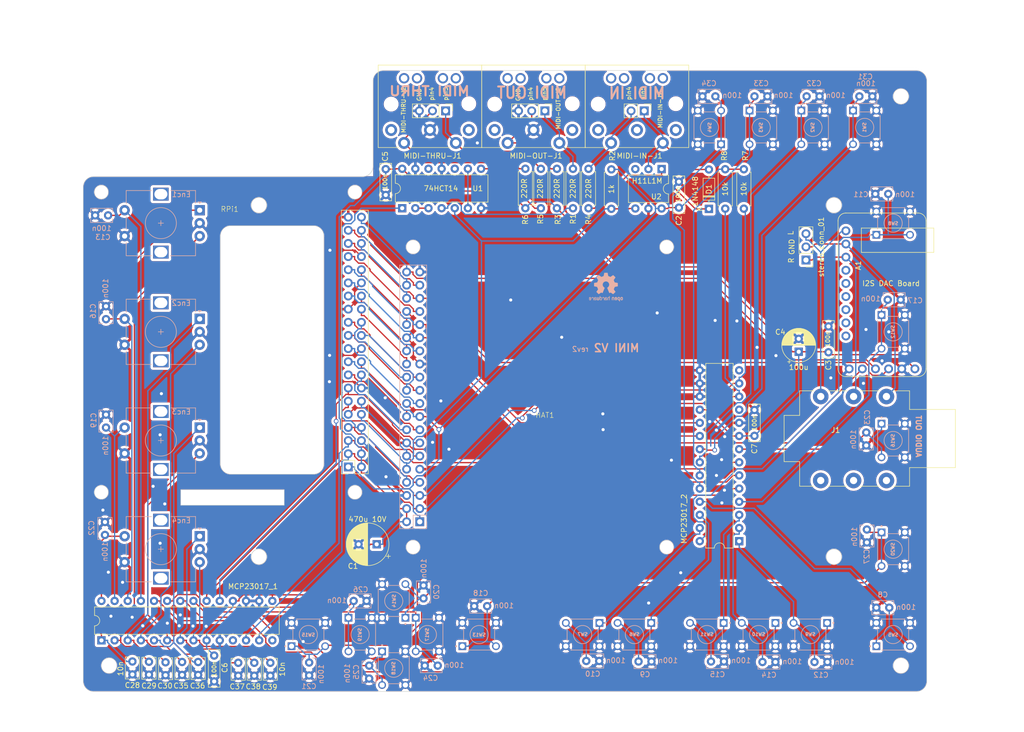
<source format=kicad_pcb>
(kicad_pcb (version 20240108) (generator "pcbnew") (generator_version "8.0")
  (title_block (title "zynthian mini v2 20 buttons short") (date "2024-04-9") (rev "2.2"))
  (layers (0 "F.Cu" signal) (31 "B.Cu" signal) (34 "B.Paste" user) (35 "F.Paste" user) (36 "B.SilkS" user "B.Silkscreen") (37 "F.SilkS" user "F.Silkscreen") (38 "B.Mask" user) (39 "F.Mask" user) (44 "Edge.Cuts" user))
  (net 0 "")
  (net 1 "I2S_AUDIO_OUT_DATA")
  (net 2 "+5V")
  (net 3 "GND")
  (net 4 "AUDIO_R_OUT")
  (net 5 "AUDIO_GND_OUT")
  (net 9 "ENC-SW-1")
  (net 10 "ENC-SW-2")
  (net 11 "AUDIO_L_OUT")
  (net 15 "ENC-SW-3")
  (net 16 "ENC-SW-4")
  (net 17 "ENC-A-1")
  (net 18 "ENC-B-1")
  (net 19 "ENC-A-2")
  (net 20 "ENC-B-2")
  (net 21 "+3.3V")
  (net 22 "ENC-A-3")
  (net 23 "ENC-B-3")
  (net 24 "ENC-A-4")
  (net 25 "I2S_BCLK")
  (net 26 "ENC-B-4")
  (net 27 "I2S_LRCLK")
  (net 28 "SWITCH-3")
  (net 29 "SWITCH-4")
  (net 30 "SWITCH-5")
  (net 31 "SCK")
  (net 32 "SDA")
  (net 33 "SWITCH-6")
  (net 34 "SWITCH-7")
  (net 35 "SWITCH-8")
  (net 36 "SWITCH-1")
  (net 37 "SWITCH-9")
  (net 38 "SWITCH-10")
  (net 39 "SWITCH-2")
  (net 43 "MIDI-IN-PIN5")
  (net 46 "MIDI-OUT-PIN4")
  (net 47 "Net-(R5-Pad2)")
  (net 48 "MIDI-IN-PIN4")
  (net 49 "MIDI-OUT-PIN5")
  (net 50 "MIDI-THRU-PIN4")
  (net 51 "Net-(R1-Pad2)")
  (net 52 "Net-(U1-Pad6)")
  (net 55 "Net-(U1-Pad2)")
  (net 57 "SWITCH-11")
  (net 58 "MIDI_OUT")
  (net 59 "MIDI_IN")
  (net 60 "SWITCH-12")
  (net 61 "SWITCH-13")
  (net 62 "SWITCH-14")
  (net 63 "SWITCH-15")
  (net 64 "SWITCH-16")
  (net 65 "SWITCH-17")
  (net 66 "SWITCH-18")
  (net 67 "SWITCH-19")
  (net 68 "SWITCH-20")
  (net 69 "Net-(D1-K)")
  (net 70 "MIDI-THRU-PIN5")
  (net 71 "INT3")
  (net 72 "INT4")
  (net 73 "INT2")
  (net 78 "INT1")
  (net 84 "GPIO7(SPI1_CE_N)")
  (net 85 "GPIO16")
  (net 86 "GPIO20(SPI1_MOSI)")
  (net 87 "GPIO24(GEN5)")
  (net 88 "GPIO4(GCLK)")
  (net 89 "ID_SC")
  (net 90 "GPIO25(GEN6)")
  (net 91 "GPIO8(SPI0_CE_N)")
  (net 92 "GPIO11(SPI0_SCK)")
  (net 93 "ID_SD")
  (net 94 "GPIO9(SPI0_MISO)")
  (net 95 "GPIO13(PWM1)")
  (net 96 "GPIO10(SPI0_MOSI)")
  (net 97 "GPIO12(PWM0)")
  (net 98 "GPIO22(GEN3)")
  (net 99 "GPIO26")
  (net 100 "GPIO23(GEN4)")
  (footprint "project-footprints:raspberry pi 4 HAT" (layer "F.Cu") (at 61.4193 77.8736 90)
    (property "Reference" "RPi1")
    (property "Value" "RPI Connector")
    (fp_circle (center 19 -24.5) (end 20.35 -24.5) (stroke (width 0.1)) (fill none) (layer "Edge.Cuts"))
    (fp_circle (center -39 -24.5) (end -37.65 -24.5) (stroke (width 0.1)) (fill none) (layer "Edge.Cuts"))
    (fp_circle (center 19 24.5) (end 20.35 24.5) (stroke (width 0.1)) (fill none) (layer "Edge.Cuts"))
    (fp_circle (center -39 24.5) (end -37.65 24.5) (stroke (width 0.1)) (fill none) (layer "Edge.Cuts"))
  )
  (footprint "Capacitor_THT:CP_Radial_D8.0mm_P3.50mm" (layer "F.Cu") (at 90.1193 126.9236 180)
    (property "Reference" "C1")
    (property "Value" "470u 10V")
  )
  (footprint "project-footprints:C_Rect_L7.0mm_W2.0mm_P5.00mm" (layer "F.Cu") (at 148.5193 61.8736 90)
    (property "Reference" "C2")
    (property "Value" "100n")
  )
  (footprint "project-footprints:C_Rect_L7.0mm_W2.0mm_P5.00mm" (layer "F.Cu") (at 177.4193 89.8236 90)
    (property "Reference" "C3")
    (property "Value" "100n")
  )
  (footprint "Capacitor_THT:CP_Radial_D6.3mm_P2.50mm" (layer "F.Cu") (at 171.6693 89.7236 90)
    (property "Reference" "C4")
    (property "Value" "100u")
  )
  (footprint "project-footprints:C_Rect_L7.0mm_W2.0mm_P5.00mm" (layer "F.Cu") (at 91.8693 59.4336 90)
    (property "Reference" "C5")
    (property "Value" "100n")
  )
  (footprint "Diode_THT:D_DO-35_SOD27_P7.62mm_Horizontal" (layer "F.Cu") (at 154.3193 62.1236 90)
    (property "Reference" "D1")
    (property "Value" "1N4148")
  )
  (footprint "project-footprints:MultiDIN5" (layer "F.Cu") (at 112.9193 46.8736)
    (property "Reference" "MIDI-OUT-J1")
    (property "Value" "MIDI Out Jack")
  )
  (footprint "project-footprints:MultiDIN5" (layer "F.Cu") (at 132.9193 46.8736)
    (property "Reference" "MIDI-IN-J1")
    (property "Value" "MIDI In Jack")
  )
  (footprint "Resistor_THT:R_Axial_DIN0207_L6.3mm_D2.5mm_P7.62mm_Horizontal" (layer "F.Cu") (at 128.0493 54.3736 -90)
    (property "Reference" "R1")
    (property "Value" "220R")
  )
  (footprint "Resistor_THT:R_Axial_DIN0207_L6.3mm_D2.5mm_P7.62mm_Horizontal" (layer "F.Cu") (at 124.9493 61.9936 90)
    (property "Reference" "R3")
    (property "Value" "220R")
  )
  (footprint "Resistor_THT:R_Axial_DIN0207_L6.3mm_D2.5mm_P7.62mm_Horizontal" (layer "F.Cu") (at 135.4693 54.4836 -90)
    (property "Reference" "R2")
    (property "Value" "1k")
  )
  (footprint "Resistor_THT:R_Axial_DIN0207_L6.3mm_D2.5mm_P7.62mm_Horizontal" (layer "F.Cu") (at 121.8493 54.3736 -90)
    (property "Reference" "R5")
    (property "Value" "220R")
  )
  (footprint "Package_DIP:DIP-6_W7.62mm" (layer "F.Cu") (at 145.1743 54.4236 -90)
    (property "Reference" "U2")
    (property "Value" "H11L1M")
  )
  (footprint "Package_DIP:DIP-14_W7.62mm" (layer "F.Cu") (at 95.0493 61.9836 90)
    (property "Reference" "U1")
    (property "Value" "74HCT14")
  )
  (footprint "Resistor_THT:R_Axial_DIN0207_L6.3mm_D2.5mm_P7.62mm_Horizontal" (layer "F.Cu") (at 131.0493 54.3736 -90)
    (property "Reference" "R4")
    (property "Value" "220R")
  )
  (footprint "project-footprints:GY-PCM5102" (layer "F.Cu") (at 187.7693 78.7236 90)
    (property "Reference" "A1")
    (property "Value" "GY-PCM5102")
  )
  (footprint "Connector_PinHeader_2.54mm:PinHeader_1x03_P2.54mm_Vertical" (layer "F.Cu") (at 173.0693 71.9986 180)
    (property "Reference" "stereo_conn_01")
    (property "Value" "Conn_01x03_Pin")
  )
  (footprint "project-footprints:C_Rect_L4.0mm_W2.5mm_P2.50mm" (layer "F.Cu") (at 49.3193 149.7236 -90)
    (property "Reference" "C30")
    (property "Value" "10n" (hide yes))
  )
  (footprint "Connector_PinHeader_2.54mm:PinHeader_1x03_P2.54mm_Vertical" (layer "F.Cu") (at 122.6193 43.1736 -90)
    (property "Reference" "MIDI-OUT-J2")
    (property "Value" "Conn_01x03_Pin")
  )
  (footprint "project-footprints:C_Rect_L7.0mm_W2.0mm_P5.00mm" (layer "F.Cu") (at 163.1193 105.9736 90)
    (property "Reference" "C7")
    (property "Value" "100n")
  )
  (footprint "project-footprints:raspberry pi 4" (layer "F.Cu") (at 121.6568 108.4736 -90)
    (property "Reference" "HAT1")
    (property "Value" "RPI HAT Connector")
    (fp_circle (center -39 24.5) (end -37.65 24.5) (stroke (width 0.1)) (fill none) (layer "Edge.Cuts"))
    (fp_circle (center 19 24.5) (end 20.35 24.5) (stroke (width 0.1)) (fill none) (layer "Edge.Cuts"))
    (fp_circle (center -39 -24.5) (end -37.65 -24.5) (stroke (width 0.1)) (fill none) (layer "Edge.Cuts"))
    (fp_circle (center 19 -24.5) (end 20.35 -24.5) (stroke (width 0.1)) (fill none) (layer "Edge.Cuts"))
  )
  (footprint "Resistor_THT:R_Axial_DIN0207_L6.3mm_D2.5mm_P7.62mm_Horizontal" (layer "F.Cu") (at 157.4693 62.0736 90)
    (property "Reference" "R8")
    (property "Value" "10k")
  )
  (footprint "project-footprints:C_Rect_L4.0mm_W2.5mm_P2.50mm" (layer "F.Cu") (at 46.1193 149.6236 -90)
    (property "Reference" "C29")
    (property "Value" "10n" (hide yes))
  )
  (footprint "project-footprints:C_Rect_L4.0mm_W2.5mm_P2.50mm" (layer "F.Cu") (at 52.5193 149.6736 -90)
    (property "Reference" "C35")
    (property "Value" "10n" (hide yes))
  )
  (footprint "Package_DIP:DIP-28_W7.62mm" (layer "F.Cu") (at 160.1693 126.3236 180)
    (property "Reference" "MCP23017_2")
    (property "Value" "MCP23017_SP")
  )
  (footprint "project-footprints:C_Rect_L4.0mm_W2.5mm_P2.50mm" (layer "F.Cu") (at 63.3693 149.8236 -90)
    (property "Reference" "C37")
    (property "Value" "10n" (hide yes))
  )
  (footprint "Resistor_THT:R_Axial_DIN0207_L6.3mm_D2.5mm_P7.62mm_Horizontal" (layer "F.Cu") (at 118.8493 61.9836 90)
    (property "Reference" "R6")
    (property "Value" "220R")
  )
  (footprint "Resistor_THT:R_Axial_DIN0207_L6.3mm_D2.5mm_P7.62mm_Horizontal" (layer "F.Cu") (at 161.0693 62.0736 90)
    (property "Reference" "R7")
    (property "Value" "10k")
  )
  (footprint "project-footprints:MultiDIN5" (layer "F.Cu") (at 92.9193 46.8736)
    (property "Reference" "MIDI-THRU-J1")
    (property "Value" "MIDI Thru Jack")
  )
  (footprint "Connector_PinHeader_2.54mm:PinHeader_1x02_P2.54mm_Vertical" (layer "F.Cu") (at 141.8193 43.1736 -90)
    (property "Reference" "MIDI-IN-J2")
    (property "Value" "Conn_01x03_Pin")
  )
  (footprint "project-footprints:C_Rect_L4.0mm_W2.5mm_P2.50mm" (layer "F.Cu") (at 66.4693 149.8236 -90)
    (property "Reference" "C38")
    (property "Value" "10n" (hide yes))
  )
  (footprint "Package_DIP:DIP-28_W7.62mm" (layer "F.Cu") (at 36.9393 145.4936 90)
    (property "Reference" "MCP23017_1")
    (property "Value" "MCP23017_SP")
  )
  (footprint "project-footprints:C_Rect_L7.0mm_W2.0mm_P5.00mm" (layer "F.Cu") (at 58.7193 148.4236 -90)
    (property "Reference" "C6")
    (property "Value" "100n")
  )
  (footprint "project-footprints:aliexpress 5 inch screen" (layer "F.Cu") (at 122.9193 95.3736 180)
    (property "Reference" "screen" (hide yes))
    (property "Value" "aliexpress 5 inch screen")
    (fp_circle (center 55.5545 33.965) (end 57.0545 33.965) (stroke (width 0.12)) (fill none) (layer "Edge.Cuts"))
    (fp_circle (center 55.5545 -33.965) (end 57.0545 -33.965) (stroke (width 0.12)) (fill none) (layer "Edge.Cuts"))
    (fp_circle (center -55.5545 33.965) (end -54.0545 33.965) (stroke (width 0.12)) (fill none) (layer "Edge.Cuts"))
    (fp_circle (center -55.5545 -33.965) (end -54.0545 -33.965) (stroke (width 0.12)) (fill none) (layer "Edge.Cuts"))
  )
  (footprint "project-footprints:Jack_6.35mm_Neutrik_NMJ6HFD2_Horizontal" (layer "F.Cu") (at 175.9193 98.3736)
    (property "Reference" "J1")
    (property "Value" "NEUTRIK")
  )
  (footprint "project-footprints:C_Rect_L4.0mm_W2.5mm_P2.50mm" (layer "F.Cu") (at 42.9193 149.5736 -90)
    (property "Reference" "C28")
    (property "Value" "10n")
  )
  (footprint "project-footprints:C_Rect_L4.0mm_W2.5mm_P2.50mm" (layer "F.Cu") (at 69.5693 149.8236 -90)
    (property "Reference" "C39")
    (property "Value" "10n")
  )
  (footprint "project-footprints:C_Rect_L4.0mm_W2.5mm_P2.50mm" (layer "F.Cu") (at 55.6193 149.6736 -90)
    (property "Reference" "C36")
    (property "Value" "10n" (hide yes))
  )
  (footprint "Connector_PinHeader_2.54mm:PinHeader_1x03_P2.54mm_Vertical" (layer "F.Cu") (at 103.4443 43.1736 -90)
    (property "Reference" "MIDI-THRU-J2")
    (property "Value" "Conn_01x03_Pin")
  )
  (footprint "project-footprints:push-button-13mm" (layer "B.Cu") (at 93.4193 137.8736 90)
    (property "Reference" "SW14")
    (property "Value" "SW_Push")
  )
  (footprint "project-footprints:C_Rect_L4.0mm_W2.5mm_P2.50mm" (layer "B.Cu") (at 184.7193 105.3236 -90)
    (property "Reference" "C23")
    (property "Value" "100n")
  )
  (footprint "project-footprints:C_Rect_L4.0mm_W2.5mm_P2.50mm" (layer "B.Cu") (at 99.1693 137.3736 90)
    (property "Reference" "C20")
    (property "Value" "100n")
  )
  (footprint "project-footprints:push-button-13mm" (layer "B.Cu") (at 173.9193 144.3736 180)
    (property "Reference" "SW9")
    (property "Value" "SW_Push")
  )
  (footprint "project-footprints:C_Rect_L4.0mm_W2.5mm_P2.50mm" (layer "B.Cu") (at 140.7193 149.5736)
    (property "Reference" "C9")
    (property "Value" "100n")
  )
  (footprint "project-footprints:C_Rect_L4.0mm_W2.5mm_P2.50mm" (layer "B.Cu") (at 85.6693 137.8736)
    (property "Reference" "C26")
    (property "Value" "100n")
  )
  (footprint "Symbol:OSHW-Logo2_7.3x6mm_SilkScreen" (layer "B.Cu") (at 134.4193 77.2236 180)
    (property "Reference" "REF**" (hide yes))
    (property "Value" "OSHW-Logo2_7.3x6mm_SilkScreen" (hide yes))
  )
  (footprint "project-footprints:RotaryEncoder_Alps_EC12E-Switch_Vertical_H20mm" (layer "B.Cu") (at 48.4193 85.8736 180)
    (property "Reference" "Enc2")
    (property "Value" "RotaryEncoder_Switch")
  )
  (footprint "project-footprints:C_Rect_L4.0mm_W2.5mm_P2.50mm" (layer "B.Cu") (at 184.8443 124.0736 -90)
    (property "Reference" "C27")
    (property "Value" "100n")
  )
  (footprint "project-footprints:C_Rect_L4.0mm_W2.5mm_P2.50mm" (layer "B.Cu") (at 37.6193 125.1236 90)
    (property "Reference" "C22")
    (property "Value" "100n")
  )
  (footprint "project-footprints:C_Rect_L4.0mm_W2.5mm_P2.50mm" (layer "B.Cu") (at 173.1943 40.3736)
    (property "Reference" "C32")
    (property "Value" "100n")
  )
  (footprint "project-footprints:push-button-13mm" (layer "B.Cu") (at 189.9193 106.8736 -90)
    (property "Reference" "SW16")
    (property "Value" "SW_Push")
  )
  (footprint "project-footprints:RotaryEncoder_Alps_EC12E-Switch_Vertical_H20mm" (layer "B.Cu") (at 48.4193 127.8736 180)
    (property "Reference" "Enc4")
    (property "Value" "RotaryEncoder_Switch")
  )
  (footprint "project-footprints:push-button-13mm" (layer "B.Cu") (at 189.9193 127.8736 -90)
    (property "Reference" "SW20")
    (property "Value" "SW_Push")
  )
  (footprint "project-footprints:C_Rect_L4.0mm_W2.5mm_P2.50mm" (layer "B.Cu") (at 37.8193 83.4236 90)
    (property "Reference" "C16")
    (property "Value" "100n")
  )
  (footprint "project-footprints:C_Rect_L4.0mm_W2.5mm_P2.50mm" (layer "B.Cu") (at 189.1693 139.1736 180)
    (property "Reference" "C8")
    (property "Value" "100n")
  )
  (footprint "project-footprints:C_Rect_L4.0mm_W2.5mm_P2.50mm" (layer "B.Cu") (at 111.4693 138.8736 180)
    (property "Reference" "C18")
    (property "Value" "100n")
  )
  (footprint "project-footprints:C_Rect_L4.0mm_W2.5mm_P2.50mm" (layer "B.Cu") (at 77.0693 149.7736 -90)
    (property "Reference" "C21")
    (property "Value" "100n")
  )
  (footprint "project-footprints:push-button-13mm" (layer "B.Cu") (at 139.9193 144.3736 180)
    (property "Reference" "SW6")
    (property "Value" "SW_Push")
  )
  (footprint "project-footprints:C_Rect_L4.0mm_W2.5mm_P2.50mm" (layer "B.Cu") (at 155.5693 40.3736 180)
    (property "Reference" "C34")
    (property "Value" "100n")
  )
  (footprint "project-footprints:C_Rect_L4.0mm_W2.5mm_P2.50mm" (layer "B.Cu") (at 163.1193 40.3736)
    (property "Reference" "C33")
    (property "Value" "100n")
  )
  (footprint "project-footprints:push-button-13mm" (layer "B.Cu") (at 163.9193 144.3736 180)
    (property "Reference" "SW10")
    (property "Value" "SW_Push")
  )
  (footprint "project-footprints:C_Rect_L4.0mm_W2.5mm_P2.50mm" (layer "B.Cu") (at 188.8693 79.6736)
    (property "Reference" "C17")
    (property "Value" "100n")
  )
  (footprint "project-footprints:push-button-13mm" (layer "B.Cu") (at 189.9193 64.8736)
    (property "Reference" "SW8")
    (property "Value" "SW_Push")
  )
  (footprint "project-footprints:push-button-13mm" (layer "B.Cu") (at 174.4193 46.3736 -90)
    (property "Reference" "SW2")
    (property "Value" "SW_Push")
  )
  (footprint "project-footprints:C_Rect_L4.0mm_W2.5mm_P2.50mm" (layer "B.Cu") (at 88.6693 150.3736 -90)
    (property "Reference" "C25")
    (property "Value" "100n")
  )
  (footprint "project-footprints:C_Rect_L4.0mm_W2.5mm_P2.50mm" (layer "B.Cu") (at 188.9693 59.2236 180)
    (property "Reference" "C11")
    (property "Value" "100n")
  )
  (footprint "project-footprints:Zynthian Logo Mask" (layer "B.Cu") (at 136.774218 85.700952 180)
    (property "Reference" "logo1" (hide yes))
    (property "Value" "MINI V2")
  )
  (footprint "project-footprints:C_Rect_L4.0mm_W2.5mm_P2.50mm" (layer "B.Cu") (at 37.8193 104.3736 90)
    (property "Reference" "C19")
    (property "Value" "100n")
  )
  (footprint "project-footprints:RotaryEncoder_Alps_EC12E-Switch_Vertical_H20mm" (layer "B.Cu") (at 48.4193 64.8736 180)
    (property "Reference" "Enc1")
    (property "Value" "RotaryEncoder_Switch")
  )
  (footprint "project-footprints:C_Rect_L4.0mm_W2.5mm_P2.50mm" (layer "B.Cu") (at 101.9193 150.3736 180)
    (property "Reference" "C24")
    (property "Value" "100n")
  )
  (footprint "project-footprints:push-button-13mm" (layer "B.Cu") (at 99.9193 144.3736 -90)
    (property "Reference" "SW17")
    (property "Value" "SW_Push")
  )
  (footprint "project-footprints:C_Rect_L4.0mm_W2.5mm_P2.50mm" (layer "B.Cu") (at 183.3943 40.3736)
    (property "Reference" "C31")
    (property "Value" "100n")
  )
  (footprint "project-footprints:push-button-13mm" (layer "B.Cu") (at 154.4193 46.3736 90)
    (property "Reference" "SW4")
    (property "Value" "SW_Push")
  )
  (footprint "project-footprints:push-button-13mm" (layer "B.Cu") (at 189.9193 85.8736 -90)
    (property "Reference" "SW12")
    (property "Value" "SW_Push")
  )
  (footprint "project-footprints:push-button-13mm" (layer "B.Cu") (at 86.9193 144.3736 -90)
    (property "Reference" "SW19")
    (property "Value" "SW_Push")
  )
  (footprint "project-footprints:push-button-13mm" (layer "B.Cu") (at 189.9193 144.3736)
    (property "Reference" "SW5")
    (property "Value" "SW_Push")
  )
  (footprint "project-footprints:C_Rect_L4.0mm_W2.5mm_P2.50mm" (layer "B.Cu") (at 174.7193 149.6736)
    (property "Reference" "C12")
    (property "Value" "100n")
  )
  (footprint "project-footprints:push-button-13mm" (layer "B.Cu") (at 184.4193 46.3736 -90)
    (property "Reference" "SW1")
    (property "Value" "SW_Push")
  )
  (footprint "project-footprints:C_Rect_L4.0mm_W2.5mm_P2.50mm" (layer "B.Cu") (at 154.7193 149.5736)
    (property "Reference" "C15")
    (property "Value" "100n")
  )
  (footprint "project-footprints:push-button-13mm" (layer "B.Cu") (at 109.9193 144.3736)
    (property "Reference" "SW13")
    (property "Value" "SW_Push")
  )
  (footprint "project-footprints:push-button-13mm" (layer "B.Cu") (at 93.4193 150.8736 -90)
    (property "Reference" "SW18")
    (property "Value" "SW_Push")
  )
  (footprint "project-footprints:push-button-13mm" (layer "B.Cu") (at 76.9193 144.3736)
    (property "Reference" "SW15")
    (property "Value" "SW_Push")
  )
  (footprint "project-footprints:push-button-13mm" (layer "B.Cu") (at 129.9193 144.3736 180)
    (property "Reference" "SW7")
    (property "Value" "SW_Push")
  )
  (footprint "project-footprints:C_Rect_L4.0mm_W2.5mm_P2.50mm" (layer "B.Cu") (at 130.6193 149.4736)
    (property "Reference" "C10")
    (property "Value" "100n")
  )
  (footprint "project-footprints:RotaryEncoder_Alps_EC12E-Switch_Vertical_H20mm" (layer "B.Cu") (at 48.4193 106.8736 180)
    (property "Reference" "Enc3")
    (property "Value" "RotaryEncoder_Switch")
  )
  (footprint "project-footprints:push-button-13mm" (layer "B.Cu") (at 153.9193 144.3736 180)
    (property "Reference" "SW11")
    (property "Value" "SW_Push")
  )
  (footprint "project-footprints:push-button-13mm" (layer "B.Cu") (at 164.4193 46.3736 -90)
    (property "Reference" "SW3")
    (property "Value" "SW_Push")
  )
  (footprint "project-footprints:C_Rect_L4.0mm_W2.5mm_P2.50mm" (layer "B.Cu") (at 164.6693 149.6736)
    (property "Reference" "C14")
    (property "Value" "100n")
  )
  (footprint "project-footprints:C_Rect_L4.0mm_W2.5mm_P2.50mm" (layer "B.Cu") (at 38.2193 63.3736 180)
    (property "Reference" "C13")
    (property "Value" "100n")
  )
  (gr_line (start 196.4193 153.3736) (end 196.4193 37.3736) (stroke (width 0.1)) (layer "Edge.Cuts"))
  (gr_line (start 59.9193 111.3736) (end 59.9193 67.3736) (stroke (width 0.1)) (layer "Edge.Cuts"))
  (gr_line (start 61.9193 65.3736) (end 77.9193 65.3736) (stroke (width 0.1)) (layer "Edge.Cuts"))
  (gr_arc (start 194.4193 35.3736) (mid 195.833514 35.959386) (end 196.4193 37.3736) (stroke (width 0.1)) (layer "Edge.Cuts"))
  (gr_arc (start 196.4193 153.3736) (mid 195.833514 154.787814) (end 194.4193 155.3736) (stroke (width 0.1)) (layer "Edge.Cuts"))
  (gr_circle (center 191.4193 150.3736) (end 192.9193 150.3736) (stroke (width 0.1)) (fill none) (layer "Edge.Cuts"))
  (gr_arc (start 35.4193 155.3736) (mid 34.005086 154.787814) (end 33.4193 153.3736) (stroke (width 0.1)) (layer "Edge.Cuts"))
  (gr_line (start 89.4193 53.8736) (end 89.4193 37.3736) (stroke (width 0.1)) (layer "Edge.Cuts"))
  (gr_line (start 87.4193 55.8736) (end 35.4193 55.8736) (stroke (width 0.1)) (layer "Edge.Cuts"))
  (gr_arc (start 59.9193 67.3736) (mid 60.505086 65.959386) (end 61.9193 65.3736) (stroke (width 0.1)) (layer "Edge.Cuts"))
  (gr_line (start 77.9193 113.3736) (end 61.9193 113.3736) (stroke (width 0.1)) (layer "Edge.Cuts"))
  (gr_circle (center 38.4193 150.3736) (end 39.9193 150.3736) (stroke (width 0.1)) (fill none) (layer "Edge.Cuts"))
  (gr_rect (start 52.2568 116.3736) (end 72.2568 119.3736) (stroke (width 0.1)) (fill none) (layer "Edge.Cuts"))
  (gr_line (start 35.4193 155.3736) (end 194.4193 155.3736) (stroke (width 0.1)) (layer "Edge.Cuts"))
  (gr_arc (start 33.4193 57.8736) (mid 34.005086 56.459386) (end 35.4193 55.8736) (stroke (width 0.1)) (layer "Edge.Cuts"))
  (gr_arc (start 89.4193 53.8736) (mid 88.833513 55.287813) (end 87.4193 55.8736) (stroke (width 0.1)) (layer "Edge.Cuts"))
  (gr_arc (start 77.9193 65.3736) (mid 79.333514 65.959386) (end 79.9193 67.3736) (stroke (width 0.1)) (layer "Edge.Cuts"))
  (gr_arc (start 89.4193 37.3736) (mid 90.005086 35.959386) (end 91.4193 35.3736) (stroke (width 0.1)) (layer "Edge.Cuts"))
  (gr_arc (start 79.9193 111.3736) (mid 79.333514 112.787814) (end 77.9193 113.3736) (stroke (width 0.1)) (layer "Edge.Cuts"))
  (gr_line (start 33.4193 57.8736) (end 33.4193 153.3736) (stroke (width 0.1)) (layer "Edge.Cuts"))
  (gr_circle (center 191.4193 40.3736) (end 192.9193 40.3736) (stroke (width 0.1)) (fill none) (layer "Edge.Cuts"))
  (gr_line (start 79.9193 67.3736) (end 79.9193 111.3736) (stroke (width 0.1)) (layer "Edge.Cuts"))
  (gr_arc (start 61.9193 113.3736) (mid 60.505086 112.787814) (end 59.9193 111.3736) (stroke (width 0.1)) (layer "Edge.Cuts"))
  (gr_line (start 194.4193 35.3736) (end 91.4193 35.3736) (stroke (width 0.1)) (layer "Edge.Cuts"))
  (gr_text "MIDI IN" (at 140.4193 39.7736 0) (layer "B.SilkS") (effects (font (size 2.2 2) (thickness 0.4)) (justify mirror)))
  (gr_text "rev2" (at 131.174218 89.800952 0) (layer "B.SilkS") (effects (font (size 1 1)) (justify left bottom mirror)))
  (gr_text "MIDI OUT" (at 120.1193 39.6736 0) (layer "B.SilkS") (effects (font (size 2.2 2) (thickness 0.4)) (justify mirror)))
  (gr_text "AUDIO OUT" (at 194.8193 106.0736 270) (layer "B.SilkS") (effects (font (size 1 1) (thickness 0.25)) (justify mirror)))
  (gr_text "MIDI THRU" (at 100.3193 39.3736 0) (layer "B.SilkS") (effects (font (size 1.8 2) (thickness 0.4)) (justify mirror)))
  (gr_text "L" (at 170.7193 67.2736 90) (layer "F.SilkS") (effects (font (size 1 1)) (justify left bottom)))
  (gr_text "1N4148" (at 151.6693 58.7236 90) (layer "F.SilkS") (effects (font (size 1 1))))
  (gr_text "R" (at 170.8193 72.6736 90) (layer "F.SilkS") (effects (font (size 1 1)) (justify left bottom)))
  (gr_text "GND" (at 170.9193 71.0736 90) (layer "F.SilkS") (effects (font (size 1 1)) (justify left bottom)))
  (gr_text "pin4" (at 101.2193 41.2736 90) (layer "F.SilkS") (effects (font (size 0.8 0.8)) (justify left bottom)))
  (gr_text "pin5" (at 103.9193 41.2736 90) (layer "F.SilkS") (effects (font (size 0.8 0.8)) (justify left bottom)))
  (gr_text "pin4" (at 139.3193 41.1736 90) (layer "F.SilkS") (effects (font (size 0.8 0.8)) (justify left bottom)))
  (gr_text "GND" (at 117.9193 41.3736 90) (layer "F.SilkS") (effects (font (size 0.8 0.8)) (justify left bottom)))
  (gr_text "pin5" (at 123.0193 41.2736 90) (layer "F.SilkS") (effects (font (size 0.8 0.8)) (justify left bottom)))
  (gr_text "pin5" (at 142.0193 41.1736 90) (layer "F.SilkS") (effects (font (size 0.8 0.8)) (justify left bottom)))
  (gr_text "GND" (at 98.8193 41.3736 90) (layer "F.SilkS") (effects (font (size 0.8 0.8)) (justify left bottom)))
  (gr_text "pin4" (at 120.3193 41.2736 90) (layer "F.SilkS") (effects (font (size 0.8 0.8)) (justify left bottom)))
  (gr_text "I2S DAC Board" (at 189.5193 76.5236 0) (layer "F.SilkS") (effects (font (size 1 1))))
  (segment (start 97.1335 74.7737) (end 97.1335 74.3136) (width 0.25) (layer "F.Cu") (net 1))
  (segment (start 154.2916 75.5403) (end 97.9001 75.5403) (width 0.25) (layer "F.Cu") (net 1))
  (segment (start 184.7709 91.3002) (end 170.0515 91.3002) (width 0.25) (layer "F.Cu") (net 1))
  (segment (start 170.0515 91.3002) (end 154.2916 75.5403) (width 0.25) (layer "F.Cu") (net 1))
  (segment (start 95.9068 74.3136) (end 97.1335 74.3136) (width 0.25) (layer "F.Cu") (net 1))
  (segment (start 97.9001 75.5403) (end 97.1335 74.7737) (width 0.25) (layer "F.Cu") (net 1))
  (segment (start 186.4993 93.0286) (end 184.7709 91.3002) (width 0.25) (layer "F.Cu") (net 1))
  (segment (start 95.9068 73.0869) (end 87.7602 64.9403) (width 0.25) (layer "B.Cu") (net 1))
  (segment (start 87.7602 64.9403) (end 87.1693 64.9403) (width 0.25) (layer "B.Cu") (net 1))
  (segment (start 95.9068 74.3136) (end 95.9068 73.0869) (width 0.25) (layer "B.Cu") (net 1))
  (segment (start 87.1693 63.7136) (end 87.1693 64.9403) (width 0.25) (layer "B.Cu") (net 1))
  (segment (start 177.8853 90.2896) (end 177.4193 89.8236) (width 0.25) (layer "F.Cu") (net 2))
  (segment (start 63.516 137.5059) (end 63.516 137.8736) (width 0.25) (layer "F.Cu") (net 2))
  (segment (start 90.1193 126.9236) (end 88.9426 126.9236) (width 0.25) (layer "F.Cu") (net 2))
  (segment (start 79.1693 136.6969) (end 69.9593 136.6969) (width 0.25) (layer "F.Cu") (net 2))
  (segment (start 91.8693 54.4336) (end 93.8026 54.4336) (width 0.25) (layer "F.Cu") (net 2))
  (segment (start 69.9593 137.8736) (end 69.9593 136.6969) (width 0.25) (layer "F.Cu") (net 2))
  (segment (start 99.3593 58.6736) (end 115.5393 58.6736) (width 0.25) (layer "F.Cu") (net 2))
  (segment (start 136.2898 73.3341) (end 154.1031 73.3341) (width 0.25) (layer "F.Cu") (net 2))
  (segment (start 171.6693 89.7236) (end 170.4926 89.7236) (width 0.25) (layer "F.Cu") (net 2))
  (segment (start 69.9593 136.6969) (end 64.325 136.6969) (width 0.25) (layer "F.Cu") (net 2))
  (segment (start 152.5493 100.9236) (end 153.726 100.9236) (width 0.25) (layer "F.Cu") (net 2))
  (segment (start 153.726 100.9236) (end 158.806 106.0036) (width 0.25) (layer "F.Cu") (net 2))
  (segment (start 160.1693 106.0036) (end 158.9926 106.0036) (width 0.25) (layer "F.Cu") (net 2))
  (segment (start 194.1193 93.0286) (end 191.3803 90.2896) (width 0.25) (layer "F.Cu") (net 2))
  (segment (start 124.9493 61.9936) (end 136.2898 73.3341) (width 0.25) (layer "F.Cu") (net 2))
  (segment (start 154.1031 73.3341) (end 170.4926 89.7236) (width 0.25) (layer "F.Cu") (net 2))
  (segment (start 177.3193 89.7236) (end 177.4193 89.8236) (width 0.25) (layer "F.Cu") (net 2))
  (segment (start 171.6693 89.7236) (end 177.3193 89.7236) (width 0.25) (layer "F.Cu") (net 2))
  (segment (start 64.325 136.6969) (end 63.516 137.5059) (width 0.25) (layer "F.Cu") (net 2))
  (segment (start 62.3393 137.8736) (end 63.516 137.8736) (width 0.25) (layer "F.Cu") (net 2))
  (segment (start 94.6801 120.0336) (end 87.8468 113.2003) (width 0.25) (layer "F.Cu") (net 2))
  (segment (start 87.8468 113.2003) (end 87.1693 113.2003) (width 0.25) (layer "F.Cu") (net 2))
  (segment (start 95.9068 120.0336) (end 94.6801 120.0336) (width 0.25) (layer "F.Cu") (net 2))
  (segment (start 158.806 106.0036) (end 158.9926 106.0036) (width 0.25) (layer "F.Cu") (net 2))
  (segment (start 95.0493 54.3636) (end 99.3593 58.6736) (width 0.25) (layer "F.Cu") (net 2))
  (segment (start 95.9068 122.5736) (end 95.9068 120.0336) (width 0.25) (layer "F.Cu") (net 2))
  (segment (start 95.0493 54.3636) (end 93.8726 54.3636) (width 0.25) (layer "F.Cu") (net 2))
  (segment (start 93.8026 54.4336) (end 93.8726 54.3636) (width 0.25) (layer "F.Cu") (net 2))
  (segment (start 191.3803 90.2896) (end 177.8853 90.2896) (width 0.25) (layer "F.Cu") (net 2))
  (segment (start 88.9426 126.9236) (end 79.1693 136.6969) (width 0.25) (layer "F.Cu") (net 2))
  (segment (start 87.1693 111.9736) (end 87.1693 113.2003) (width 0.25) (layer "F.Cu") (net 2))
  (segment (start 115.5393 58.6736) (end 118.8493 61.9836) (width 0.25) (layer "F.Cu") (net 2))
  (segment (start 87.1693 108.2069) (end 86.7092 108.2069) (width 0.25) (layer "B.Cu") (net 2))
  (segment (start 87.1693 111.9736) (end 87.1693 109.4336) (width 0.25) (layer "B.Cu") (net 2))
  (segment (start 58.7193 148.4236) (end 57.2593 146.9636) (width 0.25) (layer "B.Cu") (net 2))
  (segment (start 91.296 125.9577) (end 94.6801 122.5736) (width 0.25) (layer "B.Cu") (net 2))
  (segment (start 83.1252 102.8026) (end 82.8827 102.5601) (width 0.25) (layer "B.Cu") (net 2))
  (segment (start 95.9068 122.5736) (end 94.6801 122.5736) (width 0.25) (layer "B.Cu") (net 2))
  (segment (start 85.8266 61.4834) (end 91.8693 55.4407) (width 0.25) (layer "B.Cu") (net 2))
  (segment (start 85.0737 61.4834) (end 85.8266 61.4834) (width 0.25) (layer "B.Cu") (net 2))
  (segment (start 123.7131 60.7574) (end 124.9493 61.9936) (width 0.25) (layer "B.Cu") (net 2))
  (segment (start 62.3393 139.0503) (end 57.2593 144.1303) (width 0.25) (layer "B.Cu") (net 2))
  (segment (start 160.1693 106.0036) (end 161.346 106.0036) (width 0.25) (layer "B.Cu") (net 2))
  (segment (start 62.3393 137.8736) (end 62.3393 139.0503) (width 0.25) (layer "B.Cu") (net 2))
  (segment (start 83.1252 104.6137) (end 83.1252 102.8026) (width 0.25) (layer "B.Cu") (net 2))
  (segment (start 57.2593 146.9636) (end 57.2593 145.4936) (width 0.25) (layer "B.Cu") (net 2))
  (segment (start 91.296 126.9236) (end 91.296 125.9577) (width 0.25) (layer "B.Cu") (net 2))
  (segment (start 82.8827 63.6744) (end 85.0737 61.4834) (width 0.25) (layer "B.Cu") (net 2))
  (segment (start 120.0755 60.7574) (end 118.8493 61.9836) (width 0.25) (layer "B.Cu") (net 2))
  (segment (start 87.1693 109.4336) (end 87.1693 108.2069) (width 0.25) (layer "B.Cu") (net 2))
  (segment (start 85.9426 107.4403) (end 85.9426 106.4634) (width 0.25) (layer "B.Cu") (net 2))
  (segment (start 171.6693 97.4236) (end 163.1193 105.9736) (width 0.25) (layer "B.Cu") (net 2))
  (segment (start 120.0755 60.7574) (end 123.7131 60.7574) (width 0.25) (layer "B.Cu") (net 2))
  (segment (start 85.9426 106.4634) (end 85.1028 105.6236) (width 0.25) (layer "B.Cu") (net 2))
  (segment (start 85.1028 105.6236) (end 84.1351 105.6236) (width 0.25) (layer "B.Cu") (net 2))
  (segment (start 90.1193 126.9236) (end 91.296 126.9236) (width 0.25) (layer "B.Cu") (net 2))
  (segment (start 86.7092 108.2069) (end 85.9426 107.4403) (width 0.25) (layer "B.Cu") (net 2))
  (segment (start 163.1193 105.9736) (end 161.376 105.9736) (width 0.25) (layer "B.Cu") (net 2))
  (segment (start 91.8693 55.4407) (end 91.8693 54.4336) (width 0.25) (layer "B.Cu") (net 2))
  (segment (start 171.6693 89.7236) (end 171.6693 97.4236) (width 0.25) (layer "B.Cu") (net 2))
  (segment (start 82.8827 102.5601) (end 82.8827 63.6744) (width 0.25) (layer "B.Cu") (net 2))
  (segment (start 57.2593 144.1303) (end 57.2593 145.4936) (width 0.25) (layer "B.Cu") (net 2))
  (segment (start 161.376 105.9736) (end 161.346 106.0036) (width 0.25) (layer "B.Cu") (net 2))
  (segment (start 84.1351 105.6236) (end 83.1252 104.6137) (width 0.25) (layer "B.Cu") (net 2))
  (segment (start 81.0193 90.4236) (end 80.9693 90.3736) (width 0.25) (layer "F.Cu") (net 3))
  (segment (start 95.9068 107.3336) (end 97.1318 108.5586) (width 0.25) (layer "F.Cu") (net 3))
  (segment (start 95.9068 99.7136) (end 97.1318 100.9386) (width 0.25) (layer "F.Cu") (net 3))
  (segment (start 92.2868 113.8736) (end 95.9068 117.4936) (width 0.25) (layer "F.Cu") (net 3))
  (segment (start 95.9068 81.9336) (end 97.1318 83.1586) (width 0.25) (layer "F.Cu") (net 3))
  (segment (start 89.1618 100.5886) (end 85.8543 100.5886) (width 0.25) (layer "F.Cu") (net 3))
  (segment (start 87.1693 71.3336) (end 85.9443 70.1086) (width 0.25) (layer "F.Cu") (net 3))
  (segment (start 97.2218 88.3286) (end 97.2218 90.8686) (width 0.25) (layer "F.Cu") (net 3))
  (segment (start 85.9443 70.1086) (end 81.0843 70.1086) (width 0.25) (layer "F.Cu") (net 3))
  (segment (start 95.9068 87.0136) (end 97.2218 88.3286) (width 0.25) (layer "F.Cu") (net 3))
  (segment (start 97.2218 90.8686) (end 98.4468 92.0936) (width 0.25) (layer "F.Cu") (net 3))
  (segment (start 80.9693 95.5236) (end 80.9843 95.5086) (width 0.25) (layer "F.Cu") (net 3))
  (segment (start 95.9068 107.3336) (end 89.1618 100.5886) (width 0.25) (layer "F.Cu") (net 3))
  (segment (start 87.1693 89.1136) (end 85.8543 90.4286) (width 0.25) (layer "F.Cu") (net 3))
  (segment (start 97.1318 108.5586) (end 104.0843 108.5586) (width 0.25) (layer "F.Cu") (net 3))
  (segment (start 97.1318 85.7886) (end 95.9068 87.0136) (width 0.25) (layer "F.Cu") (net 3))
  (segment (start 104.1193 108.5236) (end 104.0843 108.5586) (width 0.25) (layer "F.Cu") (net 3))
  (segment (start 85.8543 90.4286) (end 81.0243 90.4286) (width 0.25) (layer "F.Cu") (net 3))
  (segment (start 100.8043 100.9386) (end 102.5193 99.2236) (width 0.25) (layer "F.Cu") (net 3))
  (segment (start 97.1318 100.9386) (end 100.8043 100.9386) (width 0.25) (layer "F.Cu") (net 3))
  (segment (start 97.1318 83.1586) (end 97.1318 85.7886) (width 0.25) (layer "F.Cu") (net 3))
  (segment (start 85.8543 77.7286) (end 85.8543 80.2686) (width 0.25) (layer "F.Cu") (net 3))
  (segment (start 85.8543 80.2686) (end 84.6293 81.4936) (width 0.25) (layer "F.Cu") (net 3))
  (segment (start 91.9193 113.8736) (end 92.2868 113.8736) (width 0.25) (layer "F.Cu") (net 3))
  (segment (start 87.1693 76.4136) (end 85.8543 77.7286) (width 0.25) (layer "F.Cu") (net 3))
  (segment (start 81.0693 70.1236) (end 81.0843 70.1086) (width 0.25) (layer "F.Cu") (net 3))
  (segment (start 85.9443 95.5086) (end 80.9843 95.5086) (width 0.25) (layer "F.Cu") (net 3))
  (segment (start 85.8543 100.5886) (end 84.6293 101.8136) (width 0.25) (layer "F.Cu") (net 3))
  (segment (start 81.0243 90.4286) (end 81.0193 90.4236) (width 0.25) (layer "F.Cu") (net 3))
  (segment (start 87.1693 96.7336) (end 85.9443 95.5086) (width 0.25) (layer "F.Cu") (net 3))
  (via (at 155.7693 113.6236) (size 0.9) (drill 0.6) (layers "F.Cu" "B.Cu") (net 3))
  (via (at 37.2193 120.3236) (size 0.9) (drill 0.6) (layers "F.Cu" "B.Cu") (net 3))
  (via (at 81.0843 70.1086) (size 0.9) (drill 0.6) (layers "F.Cu" "B.Cu") (net 3))
  (via (at 156.8193 118.9236) (size 0.9) (drill 0.6) (layers "F.Cu" "B.Cu") (net 3))
  (via (at 184.6693 85.4236) (size 0.9) (drill 0.6) (layers "F.Cu" "B.Cu") (net 3))
  (via (at 187.7693 91.4736) (size 0.9) (drill 0.6) (layers "F.Cu" "B.Cu") (net 3))
  (via (at 147.0693 110.6736) (size 0.9) (drill 0.6) (layers "F.Cu" "B.Cu") (net 3))
  (via (at 100.9193 107.2236) (size 0.9) (drill 0.6) (layers "F.Cu" "B.Cu") (net 3))
  (via (at 81.0193 90.4236) (size 0.9) (drill 0.6) (layers "F.Cu" "B.Cu") (net 3))
  (via (at 163.6193 88.8736) (size 0.9) (drill 0.6) (layers "F.Cu" "B.Cu") (net 3))
  (via (at 177.8693 94.7736) (size 0.9) (drill 0.6) (layers "F.Cu" "B.Cu") (net 3))
  (via (at 49.1693 119.1236) (size 0.9) (drill 0.6) (layers "F.Cu" "B.Cu") (net 3))
  (via (at 38.7693 140.8236) (size 0.9) (drill 0.6) (layers "F.Cu" "B.Cu") (net 3))
  (via (at 38.2693 132.3236) (size 0.9) (drill 0.6) (layers "F.Cu" "B.Cu") (net 3))
  (via (at 48.2693 105.7736) (size 0.9) (drill 0.6) (layers "F.Cu" "B.Cu") (net 3))
  (via (at 155.5193 83.6736) (size 0.9) (drill 0.6) (layers "F.Cu" "B.Cu") (net 3))
  (via (at 155.7693 104.8736) (size 0.9) (drill 0.6) (layers "F.Cu" "B.Cu") (net 3))
  (via (at 154.4693 103.2236) (size 0.9) (drill 0.6) (layers "F.Cu" "B.Cu") (net 3))
  (via (at 57.1693 142.7736) (size 0.9) (drill 0.6) (layers "F.Cu" "B.Cu") (net 3))
  (via (at 159.7193 83.7736) (size 0.9) (drill 0.6) (layers "F.Cu" "B.Cu") (net 3))
  (via (at 52.1693 140.5736) (size 0.9) (drill 0.6) (layers "F.Cu" "B.Cu") (net 3))
  (via (at 142.6693 138.2736) (size 0.9) (drill 0.6) (layers "F.Cu" "B.Cu") (net 3))
  (via (at 157.3693 106.1236) (size 0.9) (drill 0.6) (layers "F.Cu" "B.Cu") (net 3))
  (via (at 91.9193 113.8736) (size 0.9) (drill 0.6) (layers "F.Cu" "B.Cu") (net 3))
  (via (at 75.9193 145.7236) (size 0.9) (drill 0.6) (layers "F.Cu" "B.Cu") (net 3))
  (via (at 80.9843 95.5086) (size 0.9) (drill 0.6) (layers "F.Cu" "B.Cu") (net 3))
  (via (at 116.0193 79.7236) (size 0.9) (drill 0.6) (layers "F.Cu" "B.Cu") (net 3))
  (via (at 189.0693 85.8736) (size 0.9) (drill 0.6) (layers "F.Cu" "B.Cu") (net 3))
  (via (at 41.0193 134.2736) (size 0.9) (drill 0.6) (layers "F.Cu" "B.Cu") (net 3))
  (via (at 102.5193 99.2236) (size 0.9) (drill 0.6) (layers "F.Cu" "B.Cu") (net 3))
  (via (at 46.9193 115.7236) (size 0.9) (drill 0.6) (layers "F.Cu" "B.Cu") (net 3))
  (via (at 148.8693 132.4236) (size 0.9) (drill 0.6) (layers "F.Cu" "B.Cu") (net 3))
  (via (at 167.2693 90.4736) (size 0.9) (drill 0.6) (layers "F.Cu" "B.Cu") (net 3))
  (via (at 44.9193 142.6736) (size 0.9) (drill 0.6) (layers "F.Cu" "B.Cu") (net 3))
  (via (at 109.5693 49.3736) (size 0.9) (drill 0.6) (layers "F.Cu" "B.Cu") (net 3))
  (via (at 51.9693 142.6736) (size 0.9) (drill 0.6) (layers "F.Cu" "B.Cu") (net 3))
  (via (at 133.8193 101.7236) (size 0.9) (drill 0.6) (layers "F.Cu" "B.Cu") (net 3))
  (via (at 48.2693 126.7236) (size 0.9) (drill 0.6) (layers "F.Cu" "B.Cu") (net 3))
  (via (at 184.1693 95.8236) (size 0.9) (drill 0.6) (layers "F.Cu" "B.Cu") (net 3))
  (via (at 156.7693 110.5736) (size 0.9) (drill 0.6) (layers "F.Cu" "B.Cu") (net 3))
  (via (at 49.6693 142.1736) (size 0.9) (drill 0.6) (layers "F.Cu" "B.Cu") (net 3))
  (via (at 144.3193 82.2236) (size 0.9) (drill 0.6) (layers "F.Cu" "B.Cu") (net 3))
  (via (at 42.8693 141.0236) (size 0.9) (drill 0.6) (layers "F.Cu" "B.Cu") (net 3))
  (via (at 125.8693 86.9236) (size 0.9) (drill 0.6) (layers "F.Cu" "B.Cu") (net 3))
  (via (at 91.7693 98.6236) (size 0.9) (drill 0.6) (layers "F.Cu" "B.Cu") (net 3))
  (via (at 54.6193 142.7236) (size 0.9) (drill 0.6) (layers "F.Cu" "B.Cu") (net 3))
  (via (at 48.5193 97.8236) (size 0.9) (drill 0.6) (layers "F.Cu" "B.Cu") (net 3))
  (via (at 104.0843 108.5586) (size 0.9) (drill 0.6) (layers "F.Cu" "B.Cu") (net 3))
  (via (at 133.8693 104.7736) (size 0.9) (drill 0.6) (layers "F.Cu" "B.Cu") (net 3))
  (via (at 157.3193 116.4736) (size 0.9) (drill 0.6) (layers "F.Cu" "B.Cu") (net 3))
  (segment (start 91.9193 111.6436) (end 91.9193 113.8736) (width 0.25) (layer "B.Cu") (net 3))
  (segment (start 87.1693 106.8936) (end 91.9193 111.6436) (width 0.25) (layer "B.Cu") (net 3))
  (segment (start 180.7843 71.4386) (end 174.856 71.4386) (width 0.25) (layer "F.Cu") (net 4))
  (segment (start 173.0693 71.9986) (end 174.296 71.9986) (width 0.25) (layer "F.Cu") (net 4))
  (segment (start 174.856 71.4386) (end 174.296 71.9986) (width 0.25) (layer "F.Cu") (net 4))
  (segment (start 182.6893 73.3436) (end 180.7843 71.4386) (width 0.25) (layer "B.Cu") (net 4))
  (segment (start 182.6893 97.9536) (end 182.6893 73.3436) (width 0.25) (layer "B.Cu") (net 4))
  (segment (start 182.2693 98.3736) (end 182.6893 97.9536) (width 0.25) (layer "B.Cu") (net 4))
  (segment (start 174.856 68.8986) (end 174.296 69.4586) (width 0.25) (layer "F.Cu") (net 5))
  (segment (start 173.0693 69.4586) (end 174.296 69.4586) (width 0.25) (layer "F.Cu") (net 5))
  (segment (start 180.7843 68.8986) (end 174.856 68.8986) (width 0.25) (layer "F.Cu") (net 5))
  (segment (start 188.6193 98.3736) (end 190.2824 96.7105) (width 0.25) (layer "B.Cu") (net 5))
  (segment (start 190.1193 78.2336) (end 180.7843 68.8986) (width 0.25) (layer "B.Cu") (net 5))
  (segment (start 190.1193 86.4809) (end 190.1193 78.2336) (width 0.25) (layer "B.Cu") (net 5))
  (segment (start 190.2824 86.644) (end 190.1193 86.4809) (width 0.25) (layer "B.Cu") (net 5))
  (segment (start 190.2824 96.7105) (end 190.2824 86.644) (width 0.25) (layer "B.Cu") (net 5))
  (segment (start 38.2193 63.3736) (end 40.4193 63.3736) (width 0.25) (layer "F.Cu") (net 9))
  (segment (start 40.4193 63.3736) (end 41.4193 62.3736) (width 0.25) (layer "F.Cu") (net 9))
  (segment (start 44.5593 65.5136) (end 44.5593 137.8736) (width 0.25) (layer "B.Cu") (net 9))
  (segment (start 41.4193 62.3736) (end 44.5593 65.5136) (width 0.25) (layer "B.Cu") (net 9))
  (segment (start 37.8693 83.3736) (end 37.8193 83.4236) (width 0.25) (layer "F.Cu") (net 10))
  (segment (start 41.4193 83.3736) (end 37.8693 83.3736) (width 0.25) (layer "F.Cu") (net 10))
  (segment (start 41.4193 83.3736) (end 42.819 84.7733) (width 0.25) (layer "B.Cu") (net 10))
  (segment (start 42.0193 137.8736) (end 42.0193 136.6969) (width 0.25) (layer "B.Cu") (net 10))
  (segment (start 42.819 84.7733) (end 42.819 135.8972) (width 0.25) (layer "B.Cu") (net 10))
  (segment (start 42.819 135.8972) (end 42.0193 136.6969) (width 0.25) (layer "B.Cu") (net 10))
  (segment (start 173.0693 66.9186) (end 173.0693 68.1453) (width 0.25) (layer "B.Cu") (net 11))
  (segment (start 180.7843 66.3586) (end 180.0477 66.3586) (width 0.25) (layer "B.Cu") (net 11))
  (segment (start 173.5776 68.1453) (end 173.0693 68.1453) (width 0.25) (layer "B.Cu") (net 11))
  (segment (start 180.0477 66.3586) (end 175.9193 70.487) (width 0.25) (layer "B.Cu") (net 11))
  (segment (start 175.9193 98.3736) (end 175.9193 70.487) (width 0.25) (layer "B.Cu") (net 11))
  (segment (start 175.9193 70.487) (end 173.5776 68.1453) (width 0.25) (layer "B.Cu") (net 11))
  (segment (start 39.4793 106.0336) (end 39.4793 137.8736) (width 0.25) (layer "B.Cu") (net 15))
  (segment (start 37.8193 104.3736) (end 39.4793 106.0336) (width 0.25) (layer "B.Cu") (net 15))
  (segment (start 41.1393 104.3736) (end 39.4793 106.0336) (width 0.25) (layer "B.Cu") (net 15))
  (segment (start 41.4193 104.3736) (end 41.1393 104.3736) (width 0.25) (layer "B.Cu") (net 15))
  (segment (start 41.4193 125.3736) (end 37.8693 125.3736) (width 0.25) (layer "F.Cu") (net 16))
  (segment (start 37.8693 125.3736) (end 36.9393 126.3036) (width 0.25) (layer "F.Cu") (net 16))
  (segment (start 37.8693 125.3736) (end 37.6193 125.1236) (width 0.25) (layer "F.Cu") (net 16))
  (segment (start 36.9393 137.8736) (end 36.9393 136.6969) (width 0.25) (layer "F.Cu") (net 16))
  (segment (start 36.9393 126.3036) (end 36.9393 136.6969) (width 0.25) (layer "F.Cu") (net 16))
  (segment (start 36.9393 144.3169) (end 35.1656 142.5432) (width 0.25) (layer "F.Cu") (net 17))
  (segment (start 35.1656 80.3775) (end 53.1695 62.3736) (width 0.25) (layer "F.Cu") (net 17))
  (segment (start 53.1695 62.3736) (end 55.9193 62.3736) (width 0.25) (layer "F.Cu") (net 17))
  (segment (start 36.9393 145.4936) (end 36.9393 144.3169) (width 0.25) (layer "F.Cu") (net 17))
  (segment (start 35.1656 142.5432) (end 35.1656 80.3775) (width 0.25) (layer "F.Cu") (net 17))
  (segment (start 41.8283 149.5736) (end 42.9193 149.5736) (width 0.25) (layer "B.Cu") (net 17))
  (segment (start 36.9393 145.4936) (end 38.116 145.4936) (width 0.25) (layer "B.Cu") (net 17))
  (segment (start 38.116 145.8613) (end 41.8283 149.5736) (width 0.25) (layer "B.Cu") (net 17))
  (segment (start 38.116 145.4936) (end 38.116 145.8613) (width 0.25) (layer "B.Cu") (net 17))
  (segment (start 55.9193 67.3736) (end 43.2893 80.0036) (width 0.25) (layer "F.Cu") (net 18))
  (segment (start 40.656 145.4936) (end 40.656 145.8614) (width 0.25) (layer "F.Cu") (net 18))
  (segment (start 43.2893 138.6743) (end 40.656 141.3076) (width 0.25) (layer "F.Cu") (net 18))
  (segment (start 43.2893 80.0036) (end 43.2893 138.6743) (width 0.25) (layer "F.Cu") (net 18))
  (segment (start 40.656 141.3076) (end 40.656 145.4936) (width 0.25) (layer "F.Cu") (net 18))
  (segment (start 43.166 146.6703) (end 46.1193 149.6236) (width 0.25) (layer "F.Cu") (net 18))
  (segment (start 41.4649 146.6703) (end 43.166 146.6703) (width 0.25) (layer "F.Cu") (net 18))
  (segment (start 39.4793 145.4936) (end 40.656 145.4936) (width 0.25) (layer "F.Cu") (net 18))
  (segment (start 40.656 145.8614) (end 41.4649 146.6703) (width 0.25) (layer "F.Cu") (net 18))
  (segment (start 47.706 148.1103) (end 49.3193 149.7236) (width 0.25) (layer "F.Cu") (net 19))
  (segment (start 43.196 145.4936) (end 43.196 145.8613) (width 0.25) (layer "F.Cu") (net 19))
  (segment (start 45.445 148.1103) (end 47.706 148.1103) (width 0.25) (layer "F.Cu") (net 19))
  (segment (start 43.196 145.8613) (end 45.445 148.1103) (width 0.25) (layer "F.Cu") (net 19))
  (segment (start 42.0193 145.4936) (end 43.196 145.4936) (width 0.25) (layer "F.Cu") (net 19))
  (segment (start 42.0193 145.4936) (end 42.0193 144.3169) (width 0.25) (layer "B.Cu") (net 19))
  (segment (start 55.9193 83.3736) (end 50.296 88.9969) (width 0.25) (layer "B.Cu") (net 19))
  (segment (start 45.9025 140.4337) (end 42.0193 144.3169) (width 0.25) (layer "B.Cu") (net 19))
  (segment (start 50.296 92.8796) (end 45.9025 97.2731) (width 0.25) (layer "B.Cu") (net 19))
  (segment (start 50.296 88.9969) (end 50.296 92.8796) (width 0.25) (layer "B.Cu") (net 19))
  (segment (start 45.9025 97.2731) (end 45.9025 140.4337) (width 0.25) (layer "B.Cu") (net 19))
  (segment (start 45.736 145.4936) (end 45.736 145.7944) (width 0.25) (layer "F.Cu") (net 20))
  (segment (start 44.5593 145.4936) (end 45.736 145.4936) (width 0.25) (layer "F.Cu") (net 20))
  (segment (start 45.736 145.7944) (end 46.6119 146.6703) (width 0.25) (layer "F.Cu") (net 20))
  (segment (start 49.516 146.6703) (end 52.5193 149.6736) (width 0.25) (layer "F.Cu") (net 20))
  (segment (start 46.6119 146.6703) (end 49.516 146.6703) (width 0.25) (layer "F.Cu") (net 20))
  (segment (start 50.2975 93.9954) (end 55.9193 88.3736) (width 0.25) (layer "B.Cu") (net 20))
  (segment (start 50.2975 134.8893) (end 50.2975 93.9954) (width 0.25) (layer "B.Cu") (net 20))
  (segment (start 48.4425 136.7443) (end 50.2975 134.8893) (width 0.25) (layer "B.Cu") (net 20))
  (segment (start 44.5593 144.3169) (end 48.4425 140.4337) (width 0.25) (layer "B.Cu") (net 20))
  (segment (start 44.5593 145.4936) (end 44.5593 144.3169) (width 0.25) (layer "B.Cu") (net 20))
  (segment (start 48.4425 140.4337) (end 48.4425 136.7443) (width 0.25) (layer "B.Cu") (net 20))
  (segment (start 145.1743 62.0436) (end 146.351 62.0436) (width 0.25) (layer "F.Cu") (net 21))
  (segment (start 99.6735 102.2536) (end 99.6735 102.2624) (width 0.25) (layer "F.Cu") (net 21))
  (segment (start 146.521 61.8736) (end 148.5193 61.8736) (width 0.25) (layer "F.Cu") (net 21))
  (segment (start 99.6735 102.2624) (end 102.1501 104.739) (width 0.25) (layer "F.Cu") (net 21))
  (segment (start 146.351 62.0436) (end 146.521 61.8736) (width 0.25) (layer "F.Cu") (net 21))
  (segment (start 98.4468 102.2536) (end 99.6735 102.2536) (width 0.25) (layer "F.Cu") (net 21))
  (segment (start 161.0693 54.4536) (end 157.4693 54.4536) (width 0.25) (layer "F.Cu") (net 21))
  (via (at 102.1501 104.739) (size 0.9) (drill 0.6) (layers "F.Cu" "B.Cu") (net 21))
  (segment (start 148.8726 61.8736) (end 156.2926 54.4536) (width 0.25) (layer "B.Cu") (net 21))
  (segment (start 97.2201 101.7935) (end 96.4535 101.0269) (width 0.25) (layer "B.Cu") (net 21))
  (segment (start 97.9867 121.3469) (end 98.4468 121.3469) (width 0.25) (layer "B.Cu") (net 21))
  (segment (start 84.6293 91.6536) (end 85.856 91.6536) (width 0.25) (layer "B.Cu") (net 21))
  (segment (start 102.1501 104.739) (end 102.1501 110.5073) (width 0.25) (layer "B.Cu") (net 21))
  (segment (start 97.1768 115.4902) (end 96.4434 116.2236) (width 0.25) (layer "B.Cu") (net 21))
  (segment (start 145.1743 62.0436) (end 143.9976 62.0436) (width 0.25) (layer "B.Cu") (net 21))
  (segment (start 87.6959 92.9236) (end 86.6177 92.9236) (width 0.25) (layer "B.Cu") (net 21))
  (segment (start 88.6448 94.189) (end 88.6448 93.8725) (width 0.25) (layer "B.Cu") (net 21))
  (segment (start 95.4827 101.0269) (end 88.6448 94.189) (width 0.25) (layer "B.Cu") (net 21))
  (segment (start 88.6448 93.8725) (end 87.6959 92.9236) (width 0.25) (layer "B.Cu") (net 21))
  (segment (start 97.902 113.6836) (end 97.1768 114.4088) (width 0.25) (layer "B.Cu") (net 21))
  (segment (start 102.1501 110.5073) (end 98.9738 113.6836) (width 0.25) (layer "B.Cu") (net 21))
  (segment (start 89.646 116.2236) (end 96.4434 116.2236) (width 0.25) (layer "B.Cu") (net 21))
  (segment (start 98.4468 102.2536) (end 97.2201 102.2536) (width 0.25) (layer "B.Cu") (net 21))
  (segment (start 157.4693 54.4536) (end 156.2926 54.4536) (width 0.25) (layer "B.Cu") (net 21))
  (segment (start 143.9976 62.8915) (end 143.9976 62.0436) (width 0.25) (layer "B.Cu") (net 21))
  (segment (start 143.9976 61.6759) (end 136.8053 54.4836) (width 0.25) (layer "B.Cu") (net 21))
  (segment (start 102.1501 104.739) (end 143.9976 62.8915) (width 0.25) (layer "B.Cu") (net 21))
  (segment (start 86.6177 92.9236) (end 85.856 92.1619) (width 0.25) (layer "B.Cu") (net 21))
  (segment (start 136.8053 54.4836) (end 135.4693 54.4836) (width 0.25) (layer "B.Cu") (net 21))
  (segment (start 97.1768 114.4088) (end 97.1768 115.4902) (width 0.25) (layer "B.Cu") (net 21))
  (segment (start 97.2201 120.5803) (end 97.9867 121.3469) (width 0.25) (layer "B.Cu") (net 21))
  (segment (start 84.6293 111.9736) (end 85.856 111.9736) (width 0.25) (layer "B.Cu") (net 21))
  (segment (start 96.4535 101.0269) (end 95.4827 101.0269) (width 0.25) (layer "B.Cu") (net 21))
  (segment (start 148.5193 61.8736) (end 148.8726 61.8736) (width 0.25) (layer "B.Cu") (net 21))
  (segment (start 85.856 111.9736) (end 85.856 112.4336) (width 0.25) (layer "B.Cu") (net 21))
  (segment (start 143.9976 62.0436) (end 143.9976 61.6759) (width 0.25) (layer "B.Cu") (net 21))
  (segment (start 85.856 92.1619) (end 85.856 91.6536) (width 0.25) (layer "B.Cu") (net 21))
  (segment (start 98.9738 113.6836) (end 97.902 113.6836) (width 0.25) (layer "B.Cu") (net 21))
  (segment (start 85.856 112.4336) (end 89.646 116.2236) (width 0.25) (layer "B.Cu") (net 21))
  (segment (start 96.4434 116.2236) (end 97.2201 117.0003) (width 0.25) (layer "B.Cu") (net 21))
  (segment (start 97.2201 117.0003) (end 97.2201 120.5803) (width 0.25) (layer "B.Cu") (net 21))
  (segment (start 97.2201 102.2536) (end 97.2201 101.7935) (width 0.25) (layer "B.Cu") (net 21))
  (segment (start 98.4468 122.5736) (end 98.4468 121.3469) (width 0.25) (layer "B.Cu") (net 21))
  (segment (start 49.1037 146.689) (end 50.1245 146.689) (width 0.25) (layer "B.Cu") (net 22))
  (segment (start 55.9193 104.3736) (end 50.9093 109.3836) (width 0.25) (layer "B.Cu") (net 22))
  (segment (start 48.276 145.8613) (end 49.1037 146.689) (width 0.25) (layer "B.Cu") (net 22))
  (segment (start 54.6787 149.6736) (end 55.6193 149.6736) (width 0.25) (layer "B.Cu") (net 22))
  (segment (start 50.9093 145.9042) (end 54.6787 149.6736) (width 0.25) (layer "B.Cu") (net 22))
  (segment (start 50.1245 146.689) (end 50.9093 145.9042) (width 0.25) (layer "B.Cu") (net 22))
  (segment (start 47.0993 145.4936) (end 48.276 145.4936) (width 0.25) (layer "B.Cu") (net 22))
  (segment (start 50.9093 109.3836) (end 50.9093 145.9042) (width 0.25) (layer "B.Cu") (net 22))
  (segment (start 48.276 145.4936) (end 48.276 145.8613) (width 0.25) (layer "B.Cu") (net 22))
  (segment (start 45.9136 140.5912) (end 49.6393 144.3169) (width 0.25) (layer "F.Cu") (net 23))
  (segment (start 55.8057 148.1607) (end 57.4686 149.8236) (width 0.25) (layer "F.Cu") (net 23))
  (segment (start 57.4686 149.8236) (end 63.3693 149.8236) (width 0.25) (layer "F.Cu") (net 23))
  (segment (start 49.6393 145.4936) (end 49.6393 144.3169) (width 0.25) (layer "F.Cu") (net 23))
  (segment (start 50.816 145.8613) (end 53.1154 148.1607) (width 0.25) (layer "F.Cu") (net 23))
  (segment (start 45.9136 119.3793) (end 45.9136 140.5912) (width 0.25) (layer "F.Cu") (net 23))
  (segment (start 55.9193 109.3736) (end 45.9136 119.3793) (width 0.25) (layer "F.Cu") (net 23))
  (segment (start 53.1154 148.1607) (end 55.8057 148.1607) (width 0.25) (layer "F.Cu") (net 23))
  (segment (start 50.816 145.4936) (end 50.816 145.8613) (width 0.25) (layer "F.Cu") (net 23))
  (segment (start 49.6393 145.4936) (end 50.816 145.4936) (width 0.25) (layer "F.Cu") (net 23))
  (segment (start 53.356 145.8613) (end 54.6667 147.172) (width 0.25) (layer "F.Cu") (net 24))
  (segment (start 52.1793 145.4936) (end 53.356 145.4936) (width 0.25) (layer "F.Cu") (net 24))
  (segment (start 63.8177 147.172) (end 66.4693 149.8236) (width 0.25) (layer "F.Cu") (net 24))
  (segment (start 53.356 145.4936) (end 53.356 145.8613) (width 0.25) (layer "F.Cu") (net 24))
  (segment (start 54.6667 147.172) (end 63.8177 147.172) (width 0.25) (layer "F.Cu") (net 24))
  (segment (start 55.9193 125.3736) (end 53.4493 127.8436) (width 0.25) (layer "B.Cu") (net 24))
  (segment (start 53.4493 127.8436) (end 53.4493 143.0469) (width 0.25) (layer "B.Cu") (net 24))
  (segment (start 52.1793 145.4936) (end 52.1793 144.3169) (width 0.25) (layer "B.Cu") (net 24))
  (segment (start 53.4493 143.0469) (end 52.1793 144.3169) (width 0.25) (layer "B.Cu") (net 24))
  (segment (start 143.3913 111.1436) (end 147.2024 107.3325) (width 0.25) (layer "F.Cu") (net 25))
  (segment (start 95.9068 109.8736) (end 97.1768 111.1436) (width 0.25) (layer "F.Cu") (net 25))
  (segment (start 97.1768 111.1436) (end 143.3913 111.1436) (width 0.25) (layer "F.Cu") (net 25))
  (segment (start 147.2024 107.3325) (end 169.6554 107.3325) (width 0.25) (layer "F.Cu") (net 25))
  (segment (start 169.6554 107.3325) (end 183.9593 93.0286) (width 0.25) (layer "F.Cu") (net 25))
  (segment (start 95.9068 108.6469) (end 95.4467 108.6469) (width 0.25) (layer "B.Cu") (net 25))
  (segment (start 95.9068 109.8736) (end 95.9068 108.6469) (width 0.25) (layer "B.Cu") (net 25))
  (segment (start 87.6776 100.5003) (end 87.1693 100.5003) (width 0.25) (layer "B.Cu") (net 25))
  (segment (start 94.6801 107.5028) (end 87.6776 100.5003) (width 0.25) (layer "B.Cu") (net 25))
  (segment (start 87.1693 99.2736) (end 87.1693 100.5003) (width 0.25) (layer "B.Cu") (net 25))
  (segment (start 95.4467 108.6469) (end 94.6801 107.8803) (width 0.25) (layer "B.Cu") (net 25))
  (segment (start 94.6801 107.8803) (end 94.6801 107.5028) (width 0.25) (layer "B.Cu") (net 25))
  (segment (start 55.896 145.8614) (end 56.7049 146.6703) (width 0.25) (layer "F.Cu") (net 26))
  (segment (start 55.896 145.4936) (end 55.896 145.8614) (width 0.25) (layer "F.Cu") (net 26))
  (segment (start 54.7193 145.4936) (end 55.896 145.4936) (width 0.25) (layer "F.Cu") (net 26))
  (segment (start 66.416 146.6703) (end 69.5693 149.8236) (width 0.25) (layer "F.Cu") (net 26))
  (segment (start 56.7049 146.6703) (end 66.416 146.6703) (width 0.25) (layer "F.Cu") (net 26))
  (segment (start 54.7193 145.4936) (end 54.7193 144.3169) (width 0.25) (layer "B.Cu") (net 26))
  (segment (start 55.9193 143.1169) (end 54.7193 144.3169) (width 0.25) (layer "B.Cu") (net 26))
  (segment (start 55.9193 130.3736) (end 55.9193 143.1169) (width 0.25) (layer "B.Cu") (net 26))
  (segment (start 185.186 93.5442) (end 185.186 92.4726) (width 0.25) (layer "F.Cu") (net 27))
  (segment (start 88.6448 71.0125) (end 87.6959 70.0636) (width 0.25) (layer "F.Cu") (net 27))
  (segment (start 97.2201 78.9335) (end 96.4535 78.1669) (width 0.25) (layer "F.Cu") (net 27))
  (segment (start 95.4827 78.1669) (end 88.6448 71.329) (width 0.25) (layer "F.Cu") (net 27))
  (segment (start 86.6177 70.0636) (end 85.856 69.3019) (width 0.25) (layer "F.Cu") (net 27))
  (segment (start 97.2201 79.3936) (end 97.2201 78.9335) (width 0.25) (layer "F.Cu") (net 27))
  (segment (start 184.5153 91.8019) (end 112.0818 91.8019) (width 0.25) (layer "F.Cu") (net 27))
  (segment (start 187.7891 94.2788) (end 185.9206 94.2788) (width 0.25) (layer "F.Cu") (net 27))
  (segment (start 98.4468 79.3936) (end 97.2201 79.3936) (width 0.25) (layer "F.Cu") (net 27))
  (segment (start 84.6293 68.7936) (end 85.856 68.7936) (width 0.25) (layer "F.Cu") (net 27))
  (segment (start 112.0818 91.8019) (end 99.6735 79.3936) (width 0.25) (layer "F.Cu") (net 27))
  (segment (start 96.4535 78.1669) (end 95.4827 78.1669) (width 0.25) (layer "F.Cu") (net 27))
  (segment (start 189.0393 93.0286) (end 187.7891 94.2788) (width 0.25) (layer "F.Cu") (net 27))
  (segment (start 88.6448 71.329) (end 88.6448 71.0125) (width 0.25) (layer "F.Cu") (net 27))
  (segment (start 185.186 92.4726) (end 184.5153 91.8019) (width 0.25) (layer "F.Cu") (net 27))
  (segment (start 85.856 69.3019) (end 85.856 68.7936) (width 0.25) (layer "F.Cu") (net 27))
  (segment (start 98.4468 79.3936) (end 99.6735 79.3936) (width 0.25) (layer "F.Cu") (net 27))
  (segment (start 87.6959 70.0636) (end 86.6177 70.0636) (width 0.25) (layer "F.Cu") (net 27))
  (segment (start 185.9206 94.2788) (end 185.186 93.5442) (width 0.25) (layer "F.Cu") (net 27))
  (segment (start 163.1193 41.0479) (end 163.1193 40.3736) (width 0.25) (layer "F.Cu") (net 28))
  (segment (start 162.1693 41.9979) (end 163.1193 41.0479) (width 0.25) (layer "F.Cu") (net 28))
  (segment (start 162.1693 43.1236) (end 162.1693 41.9979) (width 0.25) (layer "F.Cu") (net 28))
  (segment (start 151.3645 62.4084) (end 162.1693 51.6036) (width 0.25) (layer "B.Cu") (net 28))
  (segment (start 152.5493 112.4469) (end 152.1816 112.4469) (width 0.25) (layer "B.Cu") (net 28))
  (segment (start 152.1816 112.4469) (end 151.3645 111.6298) (width 0.25) (layer "B.Cu") (net 28))
  (segment (start 151.3645 111.6298) (end 151.3645 62.4084) (width 0.25) (layer "B.Cu") (net 28))
  (segment (start 162.1693 49.6236) (end 162.1693 43.1236) (width 0.25) (layer "B.Cu") (net 28))
  (segment (start 162.1693 51.6036) (end 162.1693 49.6236) (width 0.25) (layer "B.Cu") (net 28))
  (segment (start 152.5493 113.6236) (end 152.5493 112.4469) (width 0.25) (layer "B.Cu") (net 28))
  (segment (start 152.5493 116.1636) (end 152.5493 114.9869) (width 0.25) (layer "B.Cu") (net 29))
  (segment (start 156.6693 41.4736) (end 156.6693 43.1236) (width 0.25) (layer "B.Cu") (net 29))
  (segment (start 156.6693 43.1236) (end 156.6693 49.6236) (width 0.25) (layer "B.Cu") (net 29))
  (segment (start 156.6693 50.7493) (end 156.3288 50.7493) (width 0.25) (layer "B.Cu") (net 29))
  (segment (start 156.6693 49.6236) (end 156.6693 50.7493) (width 0.25) (layer "B.Cu") (net 29))
  (segment (start 149.545 66.2655) (end 149.545 112.3483) (width 0.25) (layer "B.Cu") (net 29))
  (segment (start 147.3426 59.7355) (end 147.3426 64.0631) (width 0.25) (layer "B.Cu") (net 29))
  (segment (start 156.3288 50.7493) (end 147.3426 59.7355) (width 0.25) (layer "B.Cu") (net 29))
  (segment (start 149.545 112.3483) (end 152.1836 114.9869) (width 0.25) (layer "B.Cu") (net 29))
  (segment (start 155.5693 40.3736) (end 156.6693 41.4736) (width 0.25) (layer "B.Cu") (net 29))
  (segment (start 147.3426 64.0631) (end 149.545 66.2655) (width 0.25) (layer "B.Cu") (net 29))
  (segment (start 152.1836 114.9869) (end 152.5493 114.9869) (width 0.25) (layer "B.Cu") (net 29))
  (segment (start 189.5436 142.9979) (end 193.1693 146.6236) (width 0.25) (layer "B.Cu") (net 30))
  (segment (start 189.1693 139.1736) (end 181.6525 131.6568) (width 0.25) (layer "B.Cu") (net 30))
  (segment (start 152.5493 118.7036) (end 153.726 118.7036) (width 0.25) (layer "B.Cu") (net 30))
  (segment (start 163.0566 119.9736) (end 154.996 119.9736) (width 0.25) (layer "B.Cu") (net 30))
  (segment (start 174.7398 131.6568) (end 163.0566 119.9736) (width 0.25) (layer "B.Cu") (net 30))
  (segment (start 154.996 119.9736) (end 153.726 118.7036) (width 0.25) (layer "B.Cu") (net 30))
  (segment (start 181.6525 131.6568) (end 174.7398 131.6568) (width 0.25) (layer "B.Cu") (net 30))
  (segment (start 189.1693 142.9979) (end 186.6693 145.4979) (width 0.25) (layer "B.Cu") (net 30))
  (segment (start 189.1693 142.9979) (end 189.5436 142.9979) (width 0.25) (layer "B.Cu") (net 30))
  (segment (start 189.1693 142.9979) (end 189.1693 139.1736) (width 0.25) (layer "B.Cu") (net 30))
  (segment (start 186.6693 146.6236) (end 186.6693 145.4979) (width 0.25) (layer "B.Cu") (net 30))
  (segment (start 86.6226 108.1203) (end 87.5934 108.1203) (width 0.25) (layer "F.Cu") (net 31))
  (segment (start 96.4584 116.2236) (end 97.2201 116.9853) (width 0.25) (layer "F.Cu") (net 31))
  (segment (start 97.2201 116.9853) (end 97.2201 117.4936) (width 0.25) (layer "F.Cu") (net 31))
  (segment (start 94.2753 115.0688) (end 95.4301 116.2236) (width 0.25) (layer "F.Cu") (net 31))
  (segment (start 98.4468 117.4936) (end 97.2201 117.4936) (width 0.25) (layer "F.Cu") (net 31))
  (segment (start 121.9118 99.7203) (end 157.6559 99.7203) (width 0.25) (layer "F.Cu") (net 31))
  (segment (start 160.1693 98.3836) (end 158.9926 98.3836) (width 0.25) (layer "F.Cu") (net 31))
  (segment (start 85.856 107.3537) (end 86.6226 108.1203) (width 0.25) (layer "F.Cu") (net 31))
  (segment (start 85.856 106.8936) (end 85.856 107.3537) (width 0.25) (layer "F.Cu") (net 31))
  (segment (start 120.5591 101.073) (end 121.9118 99.7203) (width 0.25) (layer "F.Cu") (net 31))
  (segment (start 95.4301 116.2236) (end 96.4584 116.2236) (width 0.25) (layer "F.Cu") (net 31))
  (segment (start 157.6559 99.7203) (end 158.9926 98.3836) (width 0.25) (layer "F.Cu") (net 31))
  (segment (start 94.2753 114.8022) (end 94.2753 115.0688) (width 0.25) (layer "F.Cu") (net 31))
  (segment (start 84.6293 106.8936) (end 85.856 106.8936) (width 0.25) (layer "F.Cu") (net 31))
  (segment (start 87.5934 108.1203) (end 94.2753 114.8022) (width 0.25) (layer "F.Cu") (net 31))
  (via (at 120.5591 101.073) (size 0.9) (drill 0.6) (layers "F.Cu" "B.Cu") (net 31))
  (segment (start 157.4693 94.8078) (end 157.4693 62.0736) (width 0.25) (layer "B.Cu") (net 31))
  (segment (start 64.8793 144.3169) (end 65.247 144.3169) (width 0.25) (layer "B.Cu") (net 31))
  (segment (start 84.6293 106.8936) (end 84.6293 108.1203) (width 0.25) (layer "B.Cu") (net 31))
  (segment (start 99.6735 117.4936) (end 116.0941 101.073) (width 0.25) (layer "B.Cu") (net 31))
  (segment (start 82.8473 126.7166) (end 82.8473 109.394) (width 0.25) (layer "B.Cu") (net 31))
  (segment (start 65.247 144.3169) (end 82.8473 126.7166) (width 0.25) (layer "B.Cu") (net 31))
  (segment (start 84.121 108.1203) (end 84.6293 108.1203) (width 0.25) (layer "B.Cu") (net 31))
  (segment (start 82.8473 109.394) (end 84.121 108.1203) (width 0.25) (layer "B.Cu") (net 31))
  (segment (start 116.0941 101.073) (end 120.5591 101.073) (width 0.25) (layer "B.Cu") (net 31))
  (segment (start 160.1693 98.3836) (end 160.1693 97.2069) (width 0.25) (layer "B.Cu") (net 31))
  (segment (start 159.8684 97.2069) (end 157.4693 94.8078) (width 0.25) (layer "B.Cu") (net 31))
  (segment (start 64.8793 145.4936) (end 64.8793 144.3169) (width 0.25) (layer "B.Cu") (net 31))
  (segment (start 160.1693 97.2069) (end 159.8684 97.2069) (width 0.25) (layer "B.Cu") (net 31))
  (segment (start 98.4468 117.4936) (end 99.6735 117.4936) (width 0.25) (layer "B.Cu") (net 31))
  (segment (start 158.9926 95.8436) (end 157.7226 97.1136) (width 0.25) (layer "F.Cu") (net 32))
  (segment (start 96.4535 118.8069) (end 95.4827 118.8069) (width 0.25) (layer "F.Cu") (net 32))
  (segment (start 98.4468 120.0336) (end 97.2201 120.0336) (width 0.25) (layer "F.Cu") (net 32))
  (segment (start 123.3494 97.1136) (end 118.2702 102.1928) (width 0.25) (layer "F.Cu") (net 32))
  (segment (start 87.646 110.7036) (end 86.6177 110.7036) (width 0.25) (layer "F.Cu") (net 32))
  (segment (start 118.2702 102.1928) (end 118.2702 102.5329) (width 0.25) (layer "F.Cu") (net 32))
  (segment (start 88.8009 111.8585) (end 87.646 110.7036) (width 0.25) (layer "F.Cu") (net 32))
  (segment (start 88.8009 112.1251) (end 88.8009 111.8585) (width 0.25) (layer "F.Cu") (net 32))
  (segment (start 157.7226 97.1136) (end 123.3494 97.1136) (width 0.25) (layer "F.Cu") (net 32))
  (segment (start 97.2201 120.0336) (end 97.2201 119.5735) (width 0.25) (layer "F.Cu") (net 32))
  (segment (start 85.856 109.9419) (end 85.856 109.4336) (width 0.25) (layer "F.Cu") (net 32))
  (segment (start 95.4827 118.8069) (end 88.8009 112.1251) (width 0.25) (layer "F.Cu") (net 32))
  (segment (start 160.1693 95.8436) (end 158.9926 95.8436) (width 0.25) (layer "F.Cu") (net 32))
  (segment (start 84.6293 109.4336) (end 85.856 109.4336) (width 0.25) (layer "F.Cu") (net 32))
  (segment (start 86.6177 110.7036) (end 85.856 109.9419) (width 0.25) (layer "F.Cu") (net 32))
  (segment (start 97.2201 119.5735) (end 96.4535 118.8069) (width 0.25) (layer "F.Cu") (net 32))
  (via (at 118.2702 102.5329) (size 0.9) (drill 0.6) (layers "F.Cu" "B.Cu") (net 32))
  (segment (start 83.4026 110.9297) (end 83.672 110.6603) (width 0.25) (layer "B.Cu") (net 32))
  (segment (start 98.4468 120.0336) (end 99.6735 120.0336) (width 0.25) (layer "B.Cu") (net 32))
  (segment (start 160.1693 95.8436) (end 160.1693 94.6669) (width 0.25) (layer "B.Cu") (net 32))
  (segment (start 84.6293 109.4336) (end 84.6293 110.6603) (width 0.25) (layer "B.Cu") (net 32))
  (segment (start 161.346 93.791) (end 161.346 62.3503) (width 0.25) (layer "B.Cu") (net 32))
  (segment (start 161.346 62.3503) (end 161.0693 62.0736) (width 0.25) (layer "B.Cu") (net 32))
  (segment (start 160.4701 94.6669) (end 161.346 93.791) (width 0.25) (layer "B.Cu") (net 32))
  (segment (start 67.4193 145.4936) (end 67.4193 144.3169) (width 0.25) (layer "B.Cu") (net 32))
  (segment (start 83.672 110.6603) (end 84.6293 110.6603) (width 0.25) (layer "B.Cu") (net 32))
  (segment (start 99.6735 120.0336) (end 117.1742 102.5329) (width 0.25) (layer "B.Cu") (net 32))
  (segment (start 67.4193 144.3169) (end 83.4026 128.3336) (width 0.25) (layer "B.Cu") (net 32))
  (segment (start 117.1742 102.5329) (end 118.2702 102.5329) (width 0.25) (layer "B.Cu") (net 32))
  (segment (start 83.4026 128.3336) (end 83.4026 110.9297) (width 0.25) (layer "B.Cu") (net 32))
  (segment (start 160.1693 94.6669) (end 160.4701 94.6669) (width 0.25) (layer "B.Cu") (net 32))
  (segment (start 137.1436 142.1236) (end 140.7193 145.6993) (width 0.25) (layer "B.Cu") (net 33))
  (segment (start 136.6693 142.1236) (end 137.1436 142.1236) (width 0.25) (layer "B.Cu") (net 33))
  (segment (start 140.7193 149.5736) (end 140.7193 145.6993) (width 0.25) (layer "B.Cu") (net 33))
  (segment (start 154.2322 129.935) (end 154.2322 122.9265) (width 0.25) (layer "B.Cu") (net 33))
  (segment (start 154.2322 122.9265) (end 152.5493 121.2436) (width 0.25) (layer "B.Cu") (net 33))
  (segment (start 143.1693 142.1236) (end 143.1693 140.9979) (width 0.25) (layer "B.Cu") (net 33))
  (segment (start 143.1693 140.9979) (end 154.2322 129.935) (width 0.25) (layer "B.Cu") (net 33))
  (segment (start 140.7193 145.6993) (end 143.1693 143.2493) (width 0.25) (layer "B.Cu") (net 33))
  (segment (start 143.1693 142.1236) (end 143.1693 143.2493) (width 0.25) (layer "B.Cu") (net 33))
  (segment (start 151.4583 124.9603) (end 152.5493 124.9603) (width 0.25) (layer "B.Cu") (net 34))
  (segment (start 130.6193 145.7993) (end 133.1693 143.2493) (width 0.25) (layer "B.Cu") (net 34))
  (segment (start 152.5493 123.7836) (end 152.5493 124.9603) (width 0.25) (layer "B.Cu") (net 34))
  (segment (start 130.6193 149.4736) (end 130.6193 145.7993) (width 0.25) (layer "B.Cu") (net 34))
  (segment (start 130.345 145.7993) (end 130.6193 145.7993) (width 0.25) (layer "B.Cu") (net 34))
  (segment (start 126.6693 142.1236) (end 130.345 145.7993) (width 0.25) (layer "B.Cu") (net 34))
  (segment (start 133.1693 142.1236) (end 134.295 142.1236) (width 0.25) (layer "B.Cu") (net 34))
  (segment (start 133.1693 142.1236) (end 133.1693 143.2493) (width 0.25) (layer "B.Cu") (net 34))
  (segment (start 134.295 142.1236) (end 151.4583 124.9603) (width 0.25) (layer "B.Cu") (net 34))
  (segment (start 179.409 68.5) (end 179.409 97.5449) (width 0.25) (layer "B.Cu") (net 35))
  (segment (start 159.7752 112.3536) (end 154.6952 117.4336) (width 0.25) (layer "B.Cu") (net 35))
  (segment (start 186.6693 67.1236) (end 185.5436 67.1236) (width 0.25) (layer "B.Cu") (net 35))
  (segment (start 164.6003 112.3536) (end 159.7752 112.3536) (width 0.25) (layer "B.Cu") (net 35))
  (segment (start 153.12 122.6069) (end 153.726 123.2129) (width 0.25) (layer "B.Cu") (net 35))
  (segment (start 180.2804 67.6286) (end 179.409 68.5) (width 0.25) (layer "B.Cu") (net 35))
  (segment (start 151.3537 118.2335) (end 151.3537 121.7392) (width 0.25) (layer "B.Cu") (net 35))
  (segment (start 153.726 123.2129) (end 153.726 125.1469) (width 0.25) (layer "B.Cu") (net 35))
  (segment (start 185.0386 67.6286) (end 180.2804 67.6286) (width 0.25) (layer "B.Cu") (net 35))
  (segment (start 153.726 125.1469) (end 152.5493 126.3236) (width 0.25) (layer "B.Cu") (net 35))
  (segment (start 188.9693 67.1236) (end 186.6693 67.1236) (width 0.25) (layer "B.Cu") (net 35))
  (segment (start 152.1536 117.4336) (end 151.3537 118.2335) (width 0.25) (layer "B.Cu") (net 35))
  (segment (start 179.409 97.5449) (end 164.6003 112.3536) (width 0.25) (layer "B.Cu") (net 35))
  (segment (start 154.6952 117.4336) (end 152.1536 117.4336) (width 0.25) (layer "B.Cu") (net 35))
  (segment (start 151.3537 121.7392) (end 152.2214 122.6069) (width 0.25) (layer "B.Cu") (net 35))
  (segment (start 193.1693 67.1236) (end 188.9693 67.1236) (width 0.25) (layer "B.Cu") (net 35))
  (segment (start 188.9693 67.1236) (end 188.9693 59.2236) (width 0.25) (layer "B.Cu") (net 35))
  (segment (start 185.5436 67.1236) (end 185.0386 67.6286) (width 0.25) (layer "B.Cu") (net 35))
  (segment (start 152.2214 122.6069) (end 153.12 122.6069) (width 0.25) (layer "B.Cu") (net 35))
  (segment (start 155.4318 108.729) (end 153.9114 108.729) (width 0.25) (layer "F.Cu") (net 36))
  (segment (start 152.5493 108.5436) (end 153.726 108.5436) (width 0.25) (layer "F.Cu") (net 36))
  (segment (start 153.9114 108.729) (end 153.726 108.5436) (width 0.25) (layer "F.Cu") (net 36))
  (via (at 155.4318 108.729) (size 0.9) (drill 0.6) (layers "F.Cu" "B.Cu") (net 36))
  (segment (start 183.3943 40.7729) (end 183.3943 40.3736) (width 0.25) (layer "B.Cu") (net 36))
  (segment (start 160.6062 102.1936) (end 159.6994 102.1936) (width 0.25) (layer "B.Cu") (net 36))
  (segment (start 161.5495 101.2503) (end 160.6062 102.1936) (width 0.25) (layer "B.Cu") (net 36))
  (segment (start 164.5551 67.2378) (end 164.5551 96.8724) (width 0.25) (layer "B.Cu") (net 36))
  (segment (start 182.1693 49.6236) (end 182.1693 43.1236) (width 0.25) (layer "B.Cu") (net 36))
  (segment (start 182.1693 41.9979) (end 183.3943 40.7729) (width 0.25) (layer "B.Cu") (net 36))
  (segment (start 164.5551 96.8724) (end 161.5495 99.878) (width 0.25) (layer "B.Cu") (net 36))
  (segment (start 159.6994 102.1936) (end 155.4318 106.4612) (width 0.25) (layer "B.Cu") (net 36))
  (segment (start 182.1693 49.6236) (end 164.5551 67.2378) (width 0.25) (layer "B.Cu") (net 36))
  (segment (start 155.4318 106.4612) (end 155.4318 108.729) (width 0.25) (layer "B.Cu") (net 36))
  (segment (start 182.1693 43.1236) (end 182.1693 41.9979) (width 0.25) (layer "B.Cu") (net 36))
  (segment (start 161.5495 99.878) (end 161.5495 101.2503) (width 0.25) (layer "B.Cu") (net 36))
  (segment (start 170.6693 138.0003) (end 160.1693 127.5003) (width 0.25) (layer "B.Cu") (net 37))
  (segment (start 174.7193 149.6736) (end 174.7193 145.6993) (width 0.25) (layer "B.Cu") (net 37))
  (segment (start 174.7193 145.6993) (end 177.1693 143.2493) (width 0.25) (layer "B.Cu") (net 37))
  (segment (start 177.1693 142.1236) (end 177.1693 143.2493) (width 0.25) (layer "B.Cu") (net 37))
  (segment (start 171.1436 142.1236) (end 170.6693 142.1236) (width 0.25) (layer "B.Cu") (net 37))
  (segment (start 160.1693 126.3236) (end 160.1693 127.5003) (width 0.25) (layer "B.Cu") (net 37))
  (segment (start 170.6693 142.1236) (end 170.6693 138.0003) (width 0.25) (layer "B.Cu") (net 37))
  (segment (start 174.7193 145.6993) (end 171.1436 142.1236) (width 0.25) (layer "B.Cu") (net 37))
  (segment (start 160.1693 123.7836) (end 160.1693 124.9603) (width 0.25) (layer "B.Cu") (net 38))
  (segment (start 164.6693 145.7493) (end 167.1693 143.2493) (width 0.25) (layer "B.Cu") (net 38))
  (segment (start 158.9926 140.4469) (end 158.9926 125.3048) (width 0.25) (layer "B.Cu") (net 38))
  (segment (start 160.6693 142.1236) (end 158.9926 140.4469) (width 0.25) (layer "B.Cu") (net 38))
  (segment (start 167.1693 142.1236) (end 167.1693 143.2493) (width 0.25) (layer "B.Cu") (net 38))
  (segment (start 164.6693 149.6736) (end 164.6693 145.7493) (width 0.25) (layer "B.Cu") (net 38))
  (segment (start 159.3371 124.9603) (end 160.1693 124.9603) (width 0.25) (layer "B.Cu") (net 38))
  (segment (start 158.9926 125.3048) (end 159.3371 124.9603) (width 0.25) (layer "B.Cu") (net 38))
  (segment (start 161.0436 142.1236) (end 160.6693 142.1236) (width 0.25) (layer "B.Cu") (net 38))
  (segment (start 164.6693 145.7493) (end 161.0436 142.1236) (width 0.25) (layer "B.Cu") (net 38))
  (segment (start 172.1693 41.9979) (end 173.1943 40.9729) (width 0.25) (layer "B.Cu") (net 39))
  (segment (start 173.1943 40.9729) (end 173.1943 40.3736) (width 0.25) (layer "B.Cu") (net 39))
  (segment (start 159.8066 99.5603) (end 153.9141 105.4528) (width 0.25) (layer "B.Cu") (net 39))
  (segment (start 172.1693 43.1236) (end 172.1693 41.9979) (width 0.25) (layer "B.Cu") (net 39))
  (segment (start 152.5493 111.0836) (end 152.5493 109.9069) (width 0.25) (layer "B.Cu") (net 39))
  (segment (start 162.404 97.813) (end 160.6567 99.5603) (width 0.25) (layer "B.Cu") (net 39))
  (segment (start 162.404 59.3889) (end 162.404 97.813) (width 0.25) (layer "B.Cu") (net 39))
  (segment (start 172.1693 43.1236) (end 172.1693 49.6236) (width 0.25) (layer "B.Cu") (net 39))
  (segment (start 152.915 109.9069) (end 152.5493 109.9069) (width 0.25) (layer "B.Cu") (net 39))
  (segment (start 160.6567 99.5603) (end 159.8066 99.5603) (width 0.25) (layer "B.Cu") (net 39))
  (segment (start 153.9141 105.4528) (end 153.9141 108.9078) (width 0.25) (layer "B.Cu") (net 39))
  (segment (start 172.1693 49.6236) (end 162.404 59.3889) (width 0.25) (layer "B.Cu") (net 39))
  (segment (start 153.9141 108.9078) (end 152.915 109.9069) (width 0.25) (layer "B.Cu") (net 39))
  (segment (start 150.5493 54.5036) (end 154.3193 54.5036) (width 0.25) (layer "F.Cu") (net 43))
  (segment (start 145.4193 49.3736) (end 150.5493 54.5036) (width 0.25) (layer "F.Cu") (net 43))
  (segment (start 142.6343 52.1586) (end 145.4193 49.3736) (width 0.25) (layer "B.Cu") (net 43))
  (segment (start 141.8193 44.4003) (end 145.4193 48.0003) (width 0.25) (layer "B.Cu") (net 43))
  (segment (start 145.4193 48.0003) (end 145.4193 49.3736) (width 0.25) (layer "B.Cu") (net 43))
  (segment (start 142.6343 54.4236) (end 142.6343 52.1586) (width 0.25) (layer "B.Cu") (net 43))
  (segment (start 141.8193 43.1736) (end 141.8193 44.4003) (width 0.25) (layer "B.Cu") (net 43))
  (segment (start 120.0793 44.7136) (end 115.4193 49.3736) (width 0.25) (layer "F.Cu") (net 46))
  (segment (start 124.9493 54.3736) (end 123.7726 54.3736) (width 0.25) (layer "F.Cu") (net 46))
  (segment (start 118.7726 49.3736) (end 115.4193 49.3736) (width 0.25) (layer "F.Cu") (net 46))
  (segment (start 120.0793 43.1736) (end 120.0793 44.7136) (width 0.25) (layer "F.Cu") (net 46))
  (segment (start 123.7726 54.3736) (end 118.7726 49.3736) (width 0.25) (layer "F.Cu") (net 46))
  (segment (start 110.2893 54.3636) (end 113.0426 54.3636) (width 0.25) (layer "F.Cu") (net 47))
  (segment (start 121.8493 61.9936) (end 120.6726 61.9936) (width 0.25) (layer "F.Cu") (net 47))
  (segment (start 113.0426 54.3636) (end 120.6726 61.9936) (width 0.25) (layer "F.Cu") (net 47))
  (segment (start 139.2793 44.4003) (end 135.4193 48.2603) (width 0.25) (layer "B.Cu") (net 48))
  (segment (start 135.4193 50.0036) (end 135.4193 49.3736) (width 0.25) (layer "B.Cu") (net 48))
  (segment (start 135.4193 48.2603) (end 135.4193 49.3736) (width 0.25) (layer "B.Cu") (net 48))
  (segment (start 139.2793 43.1736) (end 139.2793 44.4003) (width 0.25) (layer "B.Cu") (net 48))
  (segment (start 131.0493 54.3736) (end 135.4193 50.0036) (width 0.25) (layer "B.Cu") (net 48))
  (segment (start 125.4193 47.2003) (end 125.4193 49.3736) (width 0.25) (layer "B.Cu") (net 49))
  (segment (start 122.6193 43.1736) (end 122.6193 44.4003) (width 0.25) (layer "B.Cu") (net 49))
  (segment (start 128.0493 52.0036) (end 125.4193 49.3736) (width 0.25) (layer "B.Cu") (net 49))
  (segment (start 122.6193 44.4003) (end 125.4193 47.2003) (width 0.25) (layer "B.Cu") (net 49))
  (segment (start 128.0493 54.3736) (end 128.0493 52.0036) (width 0.25) (layer "B.Cu") (net 49))
  (segment (start 116.4959 53.1869) (end 99.2326 53.1869) (width 0.25) (layer "F.Cu") (net 50))
  (segment (start 95.4193 48.6586) (end 95.4193 49.3736) (width 0.25) (layer "F.Cu") (net 50))
  (segment (start 117.6726 54.3636) (end 116.4959 53.1869) (width 0.25) (layer "F.Cu") (net 50))
  (segment (start 99.2326 53.1869) (end 95.4193 49.3736) (width 0.25) (layer "F.Cu") (net 50))
  (segment (start 118.8493 54.3636) (end 117.6726 54.3636) (width 0.25) (layer "F.Cu") (net 50))
  (segment (start 100.9043 43.1736) (end 95.4193 48.6586) (width 0.25) (layer "F.Cu") (net 50))
  (segment (start 104.6794 60.7825) (end 105.714 60.7825) (width 0.25) (layer "B.Cu") (net 51))
  (segment (start 105.714 60.7825) (end 106.4793 61.5478) (width 0.25) (layer "B.Cu") (net 51))
  (segment (start 128.0493 61.9936) (end 126.8726 61.9936) (width 0.25) (layer "B.Cu") (net 51))
  (segment (start 106.4793 62.4596) (end 107.191 63.1713) (width 0.25) (layer "B.Cu") (net 51))
  (segment (start 125.6949 63.1713) (end 126.8726 61.9936) (width 0.25) (layer "B.Cu") (net 51))
  (segment (start 107.191 63.1713) (end 125.6949 63.1713) (width 0.25) (layer "B.Cu") (net 51))
  (segment (start 103.846 61.6159) (end 104.6794 60.7825) (width 0.25) (layer "B.Cu") (net 51))
  (segment (start 106.4793 61.5478) (end 106.4793 62.4596) (width 0.25) (layer "B.Cu") (net 51))
  (segment (start 103.846 61.9836) (end 103.846 61.6159) (width 0.25) (layer "B.Cu") (net 51))
  (segment (start 102.6693 61.9836) (end 103.846 61.9836) (width 0.25) (layer "B.Cu") (net 51))
  (segment (start 107.7493 54.3636) (end 107.7493 61.9836) (width 0.25) (layer "B.Cu") (net 52))
  (segment (start 100.1293 61.9836) (end 97.5893 61.9836) (width 0.25) (layer "F.Cu") (net 55))
  (segment (start 159.8036 122.4203) (end 160.1693 122.4203) (width 0.25) (layer "B.Cu") (net 57))
  (segment (start 154.7193 145.6993) (end 151.1436 142.1236) (width 0.25) (layer "B.Cu") (net 57))
  (segment (start 157.1693 142.1236) (end 157.1693 125.0546) (width 0.25) (layer "B.Cu") (net 57))
  (segment (start 154.7193 145.6993) (end 157.1693 143.2493) (width 0.25) (layer "B.Cu") (net 57))
  (segment (start 160.1693 121.2436) (end 160.1693 122.4203) (width 0.25) (layer "B.Cu") (net 57))
  (segment (start 157.1693 125.0546) (end 159.8036 122.4203) (width 0.25) (layer "B.Cu") (net 57))
  (segment (start 151.1436 142.1236) (end 150.6693 142.1236) (width 0.25) (layer "B.Cu") (net 57))
  (segment (start 157.1693 142.1236) (end 157.1693 143.2493) (width 0.25) (layer "B.Cu") (net 57))
  (segment (start 154.7193 149.5736) (end 154.7193 145.6993) (width 0.25) (layer "B.Cu") (net 57))
  (segment (start 85.9426 103.8453) (end 85.1809 103.0836) (width 0.25) (layer "B.Cu") (net 58))
  (segment (start 84.1628 103.0836) (end 83.3912 102.312) (width 0.25) (layer "B.Cu") (net 58))
  (segment (start 85.1741 64.9836) (end 85.8993 64.2584) (width 0.25) (layer "B.Cu") (net 58))
  (segment (start 85.8993 63.1943) (end 87.11 61.9836) (width 0.25) (layer "B.Cu") (net 58))
  (segment (start 83.3912 102.312) (end 83.3912 65.6603) (width 0.25) (layer "B.Cu") (net 58))
  (segment (start 85.8993 64.2584) (end 85.8993 63.1943) (width 0.25) (layer "B.Cu") (net 58))
  (segment (start 85.9426 104.3536) (end 85.9426 103.8453) (width 0.25) (layer "B.Cu") (net 58))
  (segment (start 84.0679 64.9836) (end 85.1741 64.9836) (width 0.25) (layer "B.Cu") (net 58))
  (segment (start 94.6801 112.5828) (end 87.6776 105.5803) (width 0.25) (layer "B.Cu") (net 58))
  (segment (start 95.9068 113.7269) (end 95.4467 113.7269) (width 0.25) (layer "B.Cu") (net 58))
  (segment (start 87.1693 104.3536) (end 87.1693 105.5803) (width 0.25) (layer "B.Cu") (net 58))
  (segment (start 85.1809 103.0836) (end 84.1628 103.0836) (width 0.25) (layer "B.Cu") (net 58))
  (segment (start 87.1693 104.3536) (end 85.9426 104.3536) (width 0.25) (layer "B.Cu") (net 58))
  (segment (start 87.11 61.9836) (end 95.0493 61.9836) (width 0.25) (layer "B.Cu") (net 58))
  (segment (start 95.4467 113.7269) (end 94.6801 112.9603) (width 0.25) (layer "B.Cu") (net 58))
  (segment (start 87.6776 105.5803) (end 87.1693 105.5803) (width 0.25) (layer "B.Cu") (net 58))
  (segment (start 95.9068 114.9536) (end 95.9068 113.7269) (width 0.25) (layer "B.Cu") (net 58))
  (segment (start 83.3912 65.6603) (end 84.0679 64.9836) (width 0.25) (layer "B.Cu") (net 58))
  (segment (start 94.6801 112.9603) (end 94.6801 112.5828) (width 0.25) (layer "B.Cu") (net 58))
  (segment (start 138.8576 62.1036) (end 138.9176 62.0436) (width 0.25) (layer "F.Cu") (net 59))
  (segment (start 140.0943 62.0436) (end 138.9176 62.0436) (width 0.25) (layer "F.Cu") (net 59))
  (segment (start 136.0577 62.1036) (end 138.8576 62.1036) (width 0.25) (layer "F.Cu") (net 59))
  (segment (start 135.4693 62.1036) (end 136.0577 62.1036) (width 0.25) (layer "F.Cu") (net 59))
  (segment (start 95.9068 111.2525) (end 95.9068 111.1869) (width 0.25) (layer "B.Cu") (net 59))
  (segment (start 135.4693 62.1036) (end 134.2926 62.1036) (width 0.25) (layer "B.Cu") (net 59))
  (segment (start 110.3676 68.3186) (end 105.2093 63.1603) (width 0.25) (layer "B.Cu") (net 59))
  (segment (start 87.1693 101.8136) (end 87.1693 103.0403) (width 0.25) (layer "B.Cu") (net 59))
  (segment (start 97.9374 106.1057) (end 98.9466 106.1057) (width 0.25) (layer "B.Cu") (net 59))
  (segment (start 97.2201 106.823) (end 97.9374 106.1057) (width 0.25) (layer "B.Cu") (net 59))
  (segment (start 110.3676 68.3186) (end 128.0776 68.3186) (width 0.25) (layer "B.Cu") (net 59))
  (segment (start 95.9068 111.1869) (end 95.4467 111.1869) (width 0.25) (layer "B.Cu") (net 59))
  (segment (start 94.6801 110.0428) (end 87.6776 103.0403) (width 0.25) (layer "B.Cu") (net 59))
  (segment (start 97.2201 110.3497) (end 97.2201 106.823) (width 0.25) (layer "B.Cu") (net 59))
  (segment (start 87.6776 103.0403) (end 87.1693 103.0403) (width 0.25) (layer "B.Cu") (net 59))
  (segment (start 98.9466 106.1057) (end 110.3676 94.6847) (width 0.25) (layer "B.Cu") (net 59))
  (segment (start 105.2093 61.9836) (end 105.2093 63.1603) (width 0.25) (layer "B.Cu") (net 59))
  (segment (start 94.6801 110.4203) (end 94.6801 110.0428) (width 0.25) (layer "B.Cu") (net 59))
  (segment (start 96.3173 111.2525) (end 97.2201 110.3497) (width 0.25) (layer "B.Cu") (net 59))
  (segment (start 95.9068 112.4136) (end 95.9068 111.2525) (width 0.25) (layer "B.Cu") (net 59))
  (segment (start 128.0776 68.3186) (end 134.2926 62.1036) (width 0.25) (layer "B.Cu") (net 59))
  (segment (start 95.4467 111.1869) (end 94.6801 110.4203) (width 0.25) (layer "B.Cu") (net 59))
  (segment (start 95.9068 111.2525) (end 96.3173 111.2525) (width 0.25) (layer "B.Cu") (net 59))
  (segment (start 110.3676 94.6847) (end 110.3676 68.3186) (width 0.25) (layer "B.Cu") (net 59))
  (segment (start 185.2293 98.0885) (end 185.2293 91.5636) (width 0.25) (layer "B.Cu") (net 60))
  (segment (start 188.8693 80.2979) (end 188.8693 79.6736) (width 0.25) (layer "B.Cu") (net 60))
  (segment (start 187.6693 82.6236) (end 187.6693 89.1236) (width 0.25) (layer "B.Cu") (net 60))
  (segment (start 187.6693 82.6236) (end 187.6693 81.4979) (width 0.25) (layer "B.Cu") (net 60))
  (segment (start 185.2293 91.5636) (end 187.6693 89.1236) (width 0.25) (layer "B.Cu") (net 60))
  (segment (start 187.6693 81.4979) (end 188.8693 80.2979) (width 0.25) (layer "B.Cu") (net 60))
  (segment (start 160.1693 118.7036) (end 164.6142 118.7036) (width 0.25) (layer "B.Cu") (net 60))
  (segment (start 164.6142 118.7036) (end 185.2293 98.0885) (width 0.25) (layer "B.Cu") (net 60))
  (segment (start 132.9093 117.4336) (end 157.7226 117.4336) (width 0.25) (layer "F.Cu") (net 61))
  (segment (start 111.4693 138.8736) (end 132.9093 117.4336) (width 0.25) (layer "F.Cu") (net 61))
  (segment (start 157.7226 117.4336) (end 158.9926 116.1636) (width 0.25) (layer "F.Cu") (net 61))
  (segment (start 160.1693 116.1636) (end 158.9926 116.1636) (width 0.25) (layer "F.Cu") (net 61))
  (segment (start 106.6693 146.6236) (end 107.795 146.6236) (width 0.25) (layer "B.Cu") (net 61))
  (segment (start 111.4693 145.7736) (end 111.4693 138.8736) (width 0.25) (layer "B.Cu") (net 61))
  (segment (start 113.1693 146.6236) (end 112.3193 145.7736) (width 0.25) (layer "B.Cu") (net 61))
  (segment (start 112.3193 145.7736) (end 111.4693 145.7736) (width 0.25) (layer "B.Cu") (net 61))
  (segment (start 108.645 145.7736) (end 107.795 146.6236) (width 0.25) (layer "B.Cu") (net 61))
  (segment (start 111.4693 145.7736) (end 108.645 145.7736) (width 0.25) (layer "B.Cu") (net 61))
  (segment (start 160.1693 113.6236) (end 158.9926 113.6236) (width 0.25) (layer "F.Cu") (net 62))
  (segment (start 121.6493 114.8936) (end 157.7226 114.8936) (width 0.25) (layer "F.Cu") (net 62))
  (segment (start 157.7226 114.8936) (end 158.9926 113.6236) (width 0.25) (layer "F.Cu") (net 62))
  (segment (start 99.1693 137.3736) (end 121.6493 114.8936) (width 0.25) (layer "F.Cu") (net 62))
  (segment (start 99.1693 137.3736) (end 98.4193 137.3736) (width 0.25) (layer "B.Cu") (net 62))
  (segment (start 95.6693 141.1236) (end 95.6693 139.9979) (width 0.25) (layer "B.Cu") (net 62))
  (segment (start 98.4193 137.3736) (end 95.795 139.9979) (width 0.25) (layer "B.Cu") (net 62))
  (segment (start 98.4193 137.3736) (end 95.6693 134.6236) (width 0.25) (layer "B.Cu") (net 62))
  (segment (start 95.795 139.9979) (end 95.6693 139.9979) (width 0.25) (layer "B.Cu") (net 62))
  (segment (start 80.3607 146.4322) (end 94.4063 146.4322) (width 0.25) (layer "F.Cu") (net 63))
  (segment (start 94.4063 146.4322) (end 98.795 142.0435) (width 0.25) (layer "F.Cu") (net 63))
  (segment (start 160.1693 111.0836) (end 158.9926 111.0836) (width 0.25) (layer "F.Cu") (net 63))
  (segment (start 98.795 139.6122) (end 97.9921 138.8093) (width 0.25) (layer "F.Cu") (net 63))
  (segment (start 120.0011 112.3536) (end 157.7226 112.3536) (width 0.25) (layer "F.Cu") (net 63))
  (segment (start 98.795 142.0435) (end 98.795 139.6122) (width 0.25) (layer "F.Cu") (net 63))
  (segment (start 80.1693 146.6236) (end 80.3607 146.4322) (width 0.25) (layer "F.Cu") (net 63))
  (segment (start 157.7226 112.3536) (end 158.9926 111.0836) (width 0.25) (layer "F.Cu") (net 63))
  (segment (start 97.9921 134.3626) (end 120.0011 112.3536) (width 0.25) (layer "F.Cu") (net 63))
  (segment (start 97.9921 138.8093) (end 97.9921 134.3626) (width 0.25) (layer "F.Cu") (net 63))
  (segment (start 73.6693 146.6236) (end 74.795 146.6236) (width 0.25) (layer "B.Cu") (net 63))
  (segment (start 80.1693 146.6236) (end 78.6193 148.1736) (width 0.25) (layer "B.Cu") (net 63))
  (segment (start 76.345 148.1736) (end 74.795 146.6236) (width 0.25) (layer "B.Cu") (net 63))
  (segment (start 77.0693 148.1736) (end 77.0693 149.7736) (width 0.25) (layer "B.Cu") (net 63))
  (segment (start 77.0693 148.1736) (end 76.345 148.1736) (width 0.25) (layer "B.Cu") (net 63))
  (segment (start 78.6193 148.1736) (end 77.0693 148.1736) (width 0.25) (layer "B.Cu") (net 63))
  (segment (start 181.4993 108.5436) (end 160.1693 108.5436) (width 0.25) (layer "F.Cu") (net 64))
  (segment (start 184.7193 105.3236) (end 181.4993 108.5436) (width 0.25) (layer "F.Cu") (net 64))
  (segment (start 187.6693 108.2736) (end 185.9072 106.5114) (width 0.25) (layer "B.Cu") (net 64))
  (segment (start 187.6693 110.1236) (end 187.6693 108.2736) (width 0.25) (layer "B.Cu") (net 64))
  (segment (start 187.6693 104.7493) (end 185.9072 106.5114) (width 0.25) (layer "B.Cu") (net 64))
  (segment (start 187.6693 103.6236) (end 187.6693 104.7493) (width 0.25) (layer "B.Cu") (net 64))
  (segment (start 185.9072 106.5114) (end 184.7193 105.3236) (width 0.25) (layer "B.Cu") (net 64))
  (segment (start 97.6693 139.9979) (end 56.8436 139.9979) (width 0.25) (layer "F.Cu") (net 65))
  (segment (start 56.8436 139.9979) (end 54.7193 137.8736) (width 0.25) (layer "F.Cu") (net 65))
  (segment (start 97.6693 141.1236) (end 97.6693 139.9979) (width 0.25) (layer "F.Cu") (net 65))
  (segment (start 97.6693 147.6236) (end 97.6693 141.1236) (width 0.25) (layer "B.Cu") (net 65))
  (segment (start 99.1693 147.6236) (end 97.6693 147.6236) (width 0.25) (layer "B.Cu") (net 65))
  (segment (start 101.9193 150.3736) (end 99.1693 147.6236) (width 0.25) (layer "B.Cu") (net 65))
  (segment (start 82.1666 150.3736) (end 76.1114 144.3184) (width 0.25) (layer "F.Cu") (net 66))
  (segment (start 52.1793 137.8736) (end 53.356 137.8736) (width 0.25) (layer "F.Cu") (net 66))
  (segment (start 67.3114 141.0176) (end 56.1343 141.0176) (width 0.25) (layer "F.Cu") (net 66))
  (segment (start 53.356 138.2393) (end 53.356 137.8736) (width 0.25) (layer "F.Cu") (net 66))
  (segment (start 56.1343 141.0176) (end 53.356 138.2393) (width 0.25) (layer "F.Cu") (net 66))
  (segment (start 70.6122 144.3184) (end 67.3114 141.0176) (width 0.25) (layer "F.Cu") (net 66))
  (segment (start 88.6693 150.3736) (end 82.1666 150.3736) (width 0.25) (layer "F.Cu") (net 66))
  (segment (start 76.1114 144.3184) (end 70.6122 144.3184) (width 0.25) (layer "F.Cu") (net 66))
  (segment (start 91.1693 148.7493) (end 90.2936 148.7493) (width 0.25) (layer "B.Cu") (net 66))
  (segment (start 91.1693 147.6236) (end 91.1693 148.7493) (width 0.25) (layer "B.Cu") (net 66))
  (segment (start 90.2936 148.7493) (end 88.6693 150.3736) (width 0.25) (layer "B.Cu") (net 66))
  (segment (start 91.1693 154.1236) (end 91.1693 152.8736) (width 0.25) (layer "B.Cu") (net 66))
  (segment (start 91.1693 152.8736) (end 88.6693 150.3736) (width 0.25) (layer "B.Cu") (net 66))
  (segment (start 49.6393 137.8736) (end 50.816 137.8736) (width 0.25) (layer "F.Cu") (net 67))
  (segment (start 56.8022 139.0806) (end 84.4623 139.0806) (width 0.25) (layer "F.Cu") (net 67))
  (segment (start 84.4623 139.0806) (end 85.6693 137.8736) (width 0.25) (layer "F.Cu") (net 67))
  (segment (start 55.9893 137.4206) (end 55.9893 138.2677) (width 0.25) (layer "F.Cu") (net 67))
  (segment (start 55.2109 136.6422) (end 55.9893 137.4206) (width 0.25) (layer "F.Cu") (net 67))
  (segment (start 50.816 137.5059) (end 51.6797 136.6422) (width 0.25) (layer "F.Cu") (net 67))
  (segment (start 50.816 137.8736) (end 50.816 137.5059) (width 0.25) (layer "F.Cu") (net 67))
  (segment (start 51.6797 136.6422) (end 55.2109 136.6422) (width 0.25) (layer "F.Cu") (net 67))
  (segment (start 55.9893 138.2677) (end 56.8022 139.0806) (width 0.25) (layer "F.Cu") (net 67))
  (segment (start 84.6693 147.6236) (end 84.6693 141.1236) (width 0.25) (layer "B.Cu") (net 67))
  (segment (start 85.6693 138.9979) (end 85.6693 137.8736) (width 0.25) (layer "B.Cu") (net 67))
  (segment (start 84.6693 139.9979) (end 85.6693 138.9979) (width 0.25) (layer "B.Cu") (net 67))
  (segment (start 84.6693 141.1236) (end 84.6693 139.9979) (width 0.25) (layer "B.Cu") (net 67))
  (segment (start 81.2561 151.5707) (end 113.5864 151.5707) (width 0.25) (layer "F.Cu") (net 68))
  (segment (start 187.6693 124.6236) (end 185.3943 124.6236) (width 0.25) (layer "F.Cu") (net 68))
  (segment (start 48.276 137.8736) (end 48.276 138.2393) (width 0.25) (layer "F.Cu") (net 68))
  (segment (start 68.6893 145.0482) (end 68.6893 145.8905) (width 0.25) (layer "F.Cu") (net 68))
  (segment (start 70.5526 147.7538) (end 77.4392 147.7538) (width 0.25) (layer "F.Cu") (net 68))
  (segment (start 130.8016 134.3555) (end 184.4374 134.3555) (width 0.25) (layer "F.Cu") (net 68))
  (segment (start 77.4392 147.7538) (end 81.2561 151.5707) (width 0.25) (layer "F.Cu") (net 68))
  (segment (start 48.276 138.2393) (end 51.7203 141.6836) (width 0.25) (layer "F.Cu") (net 68))
  (segment (start 113.5864 151.5707) (end 130.8016 134.3555) (width 0.25) (layer "F.Cu") (net 68))
  (segment (start 68.6893 145.8905) (end 70.5526 147.7538) (width 0.25) (layer "F.Cu") (net 68))
  (segment (start 47.0993 137.8736) (end 48.276 137.8736) (width 0.25) (layer "F.Cu") (net 68))
  (segment (start 51.7203 141.6836) (end 65.3247 141.6836) (width 0.25) (layer "F.Cu") (net 68))
  (segment (start 65.3247 141.6836) (end 68.6893 145.0482) (width 0.25) (layer "F.Cu") (net 68))
  (segment (start 185.3943 124.6236) (end 184.8443 124.0736) (width 0.25) (layer "F.Cu") (net 68))
  (segment (start 184.4374 134.3555) (end 187.6693 131.1236) (width 0.25) (layer "F.Cu") (net 68))
  (segment (start 187.6693 131.1236) (end 187.6693 124.6236) (width 0.25) (layer "B.Cu") (net 68))
  (segment (start 151.6976 62.1236) (end 154.3193 62.1236) (width 0.25) (layer "F.Cu") (net 69))
  (segment (start 138.6193 55.6003) (end 145.1743 55.6003) (width 0.25) (layer "F.Cu") (net 69))
  (segment (start 145.1743 54.4236) (end 145.1743 55.6003) (width 0.25) (layer "F.Cu") (net 69))
  (segment (start 145.1743 55.6003) (end 151.6976 62.1236) (width 0.25) (layer "F.Cu") (net 69))
  (segment (start 131.0493 61.9936) (end 132.226 61.9936) (width 0.25) (layer "F.Cu") (net 69))
  (segment (start 132.226 61.9936) (end 138.6193 55.6003) (width 0.25) (layer "F.Cu") (net 69))
  (segment (start 118.4658 50.9901) (end 121.8493 54.3736) (width 0.25) (layer "F.Cu") (net 70))
  (segment (start 107.0358 50.9901) (end 118.4658 50.9901) (width 0.25) (layer "F.Cu") (net 70))
  (segment (start 105.4193 49.3736) (end 107.0358 50.9901) (width 0.25) (layer "F.Cu") (net 70))
  (segment (start 103.4443 47.3986) (end 105.4193 49.3736) (width 0.25) (layer "B.Cu") (net 70))
  (segment (start 103.4443 43.1736) (end 103.4443 47.3986) (width 0.25) (layer "B.Cu") (net 70))
  (segment (start 84.6293 99.2736) (end 84.6293 100.5003) (width 0.25) (layer "F.Cu") (net 71))
  (segment (start 83.3967 110.5595) (end 83.3967 103.0836) (width 0.25) (layer "F.Cu") (net 71))
  (segment (start 57.2593 137.8736) (end 57.2593 136.6969) (width 0.25) (layer "F.Cu") (net 71))
  (segment (start 98.4468 109.8736) (end 97.2201 109.8736) (width 0.25) (layer "F.Cu") (net 71))
  (segment (start 97.2201 109.3653) (end 97.2201 109.8736) (width 0.25) (layer "F.Cu") (net 71))
  (segment (start 83.3967 103.0836) (end 83.3967 101.2246) (width 0.25) (layer "F.Cu") (net 71))
  (segment (start 96.4584 108.6036) (end 97.2201 109.3653) (width 0.25) (layer "F.Cu") (net 71))
  (segment (start 84.121 100.5003) (end 84.6293 100.5003) (width 0.25) (layer "F.Cu") (net 71))
  (segment (start 83.3967 101.2246) (end 84.121 100.5003) (width 0.25) (layer "F.Cu") (net 71))
  (segment (start 83.3967 103.0836) (end 88.2493 103.0836) (width 0.25) (layer "F.Cu") (net 71))
  (segment (start 88.2493 103.0836) (end 93.7693 108.6036) (width 0.25) (layer "F.Cu") (net 71))
  (segment (start 57.2593 136.6969) (end 83.3967 110.5595) (width 0.25) (layer "F.Cu") (net 71))
  (segment (start 93.7693 108.6036) (end 96.4584 108.6036) (width 0.25) (layer "F.Cu") (net 71))
  (segment (start 82.2921 99.8601) (end 82.2921 103.1403) (width 0.25) (layer "F.Cu") (net 72))
  (segment (start 96.4584 106.0636) (end 97.2201 106.8253) (width 0.25) (layer "F.Cu") (net 72))
  (segment (start 84.1934 97.9588) (end 82.2921 99.8601) (width 0.25) (layer "F.Cu") (net 72))
  (segment (start 84.6293 96.7336) (end 84.6293 97.8344) (width 0.25) (layer "F.Cu") (net 72))
  (segment (start 87.6367 98.0036) (end 93.1744 103.5413) (width 0.25) (layer "F.Cu") (net 72))
  (segment (start 95.3813 106.0636) (end 96.4584 106.0636) (width 0.25) (layer "F.Cu") (net 72))
  (segment (start 84.6741 98.0036) (end 87.6367 98.0036) (width 0.25) (layer "F.Cu") (net 72))
  (segment (start 84.6293 97.9588) (end 84.6741 98.0036) (width 0.25) (layer "F.Cu") (net 72))
  (segment (start 98.4468 107.3336) (end 97.2201 107.3336) (width 0.25) (layer "F.Cu") (net 72))
  (segment (start 93.1744 103.8567) (end 95.3813 106.0636) (width 0.25) (layer "F.Cu") (net 72))
  (segment (start 93.1744 103.5413) (end 93.1744 103.8567) (width 0.25) (layer "F.Cu") (net 72))
  (segment (start 84.6293 97.8344) (end 84.6293 97.9588) (width 0.25) (layer "F.Cu") (net 72))
  (segment (start 97.2201 106.8253) (end 97.2201 107.3336) (width 0.25) (layer "F.Cu") (net 72))
  (segment (start 84.6293 97.9588) (end 84.1934 97.9588) (width 0.25) (layer "F.Cu") (net 72))
  (via (at 82.2921 103.1403) (size 0.9) (drill 0.6) (layers "F.Cu" "B.Cu") (net 72))
  (segment (start 59.7993 133.7784) (end 59.7993 137.8736) (width 0.25) (layer "B.Cu") (net 72))
  (segment (start 82.2921 111.2856) (end 59.7993 133.7784) (width 0.25) (layer "B.Cu") (net 72))
  (segment (start 82.2921 103.1403) (end 82.2921 111.2856) (width 0.25) (layer "B.Cu") (net 72))
  (segment (start 117.9756 103.4636) (end 99.6735 85.1615) (width 0.25) (layer "F.Cu") (net 73))
  (segment (start 152.5493 103.4636) (end 117.9756 103.4636) (width 0.25) (layer "F.Cu") (net 73))
  (segment (start 98.4468 84.4736) (end 99.6735 84.4736) (width 0.25) (layer "F.Cu") (net 73))
  (segment (start 99.6735 85.1615) (end 99.6735 84.4736) (width 0.25) (layer "F.Cu") (net 73))
  (segment (start 87.6545 75.1436) (end 86.6177 75.1436) (width 0.25) (layer "B.Cu") (net 73))
  (segment (start 85.856 74.3819) (end 85.856 73.8736) (width 0.25) (layer "B.Cu") (net 73))
  (segment (start 89.3348 77.099) (end 89.3348 76.8239) (width 0.25) (layer "B.Cu") (net 73))
  (segment (start 97.2201 84.0135) (end 96.4535 83.2469) (width 0.25) (layer "B.Cu") (net 73))
  (segment (start 89.3348 76.8239) (end 87.6545 75.1436) (width 0.25) (layer "B.Cu") (net 73))
  (segment (start 86.6177 75.1436) (end 85.856 74.3819) (width 0.25) (layer "B.Cu") (net 73))
  (segment (start 97.2201 84.4736) (end 97.2201 84.0135) (width 0.25) (layer "B.Cu") (net 73))
  (segment (start 95.4827 83.2469) (end 89.3348 77.099) (width 0.25) (layer "B.Cu") (net 73))
  (segment (start 96.4535 83.2469) (end 95.4827 83.2469) (width 0.25) (layer "B.Cu") (net 73))
  (segment (start 84.6293 73.8736) (end 85.856 73.8736) (width 0.25) (layer "B.Cu") (net 73))
  (segment (start 98.4468 84.4736) (end 97.2201 84.4736) (width 0.25) (layer "B.Cu") (net 73))
  (segment (start 98.4468 87.0136) (end 99.6735 87.0136) (width 0.25) (layer "F.Cu") (net 78))
  (segment (start 152.5493 106.0036) (end 118.6635 106.0036) (width 0.25) (layer "F.Cu") (net 78))
  (segment (start 118.6635 106.0036) (end 99.6735 87.0136) (width 0.25) (layer "F.Cu") (net 78))
  (segment (start 95.4827 85.7869) (end 88.6722 78.9764) (width 0.25) (layer "B.Cu") (net 78))
  (segment (start 97.2201 87.0136) (end 97.2201 86.5535) (width 0.25) (layer "B.Cu") (net 78))
  (segment (start 98.4468 87.0136) (end 97.2201 87.0136) (width 0.25) (layer "B.Cu") (net 78))
  (segment (start 88.6722 78.6531) (end 87.7027 77.6836) (width 0.25) (layer "B.Cu") (net 78))
  (segment (start 96.4535 85.7869) (end 95.4827 85.7869) (width 0.25) (layer "B.Cu") (net 78))
  (segment (start 88.6722 78.9764) (end 88.6722 78.6531) (width 0.25) (layer "B.Cu") (net 78))
  (segment (start 86.6177 77.6836) (end 85.856 76.9219) (width 0.25) (layer "B.Cu") (net 78))
  (segment (start 87.7027 77.6836) (end 86.6177 77.6836) (width 0.25) (layer "B.Cu") (net 78))
  (segment (start 84.6293 76.4136) (end 85.856 76.4136) (width 0.25) (layer "B.Cu") (net 78))
  (segment (start 85.856 76.9219) (end 85.856 76.4136) (width 0.25) (layer "B.Cu") (net 78))
  (segment (start 97.2201 86.5535) (end 96.4535 85.7869) (width 0.25) (layer "B.Cu") (net 78))
  (segment (start 94.6801 89.7228) (end 87.6776 82.7203) (width 0.25) (layer "F.Cu") (net 84))
  (segment (start 94.6801 90.1003) (end 94.6801 89.7228) (width 0.25) (layer "F.Cu") (net 84))
  (segment (start 95.4467 90.8669) (end 94.6801 90.1003) (width 0.25) (layer "F.Cu") (net 84))
  (segment (start 95.9068 92.0936) (end 95.9068 90.8669) (width 0.25) (layer "F.Cu") (net 84))
  (segment (start 87.6776 82.7203) (end 87.1693 82.7203) (width 0.25) (layer "F.Cu") (net 84))
  (segment (start 87.1693 81.4936) (end 87.1693 82.7203) (width 0.25) (layer "F.Cu") (net 84))
  (segment (start 95.9068 90.8669) (end 95.4467 90.8669) (width 0.25) (layer "F.Cu") (net 84))
  (segment (start 95.4467 78.1669) (end 94.6801 77.4003) (width 0.25) (layer "B.Cu") (net 85))
  (segment (start 87.1693 68.7936) (end 87.1693 70.0203) (width 0.25) (layer "B.Cu") (net 85))
  (segment (start 94.6801 77.0228) (end 87.6776 70.0203) (width 0.25) (layer "B.Cu") (net 85))
  (segment (start 95.9068 79.3936) (end 95.9068 78.1669) (width 0.25) (layer "B.Cu") (net 85))
  (segment (start 94.6801 77.4003) (end 94.6801 77.0228) (width 0.25) (layer "B.Cu") (net 85))
  (segment (start 87.6776 70.0203) (end 87.1693 70.0203) (width 0.25) (layer "B.Cu") (net 85))
  (segment (start 95.9068 78.1669) (end 95.4467 78.1669) (width 0.25) (layer "B.Cu") (net 85))
  (segment (start 94.6801 74.4828) (end 87.6776 67.4803) (width 0.25) (layer "B.Cu") (net 86))
  (segment (start 94.6801 74.8603) (end 94.6801 74.4828) (width 0.25) (layer "B.Cu") (net 86))
  (segment (start 87.1693 66.2536) (end 87.1693 67.4803) (width 0.25) (layer "B.Cu") (net 86))
  (segment (start 87.6776 67.4803) (end 87.1693 67.4803) (width 0.25) (layer "B.Cu") (net 86))
  (segment (start 95.4467 75.6269) (end 94.6801 74.8603) (width 0.25) (layer "B.Cu") (net 86))
  (segment (start 95.9068 75.6269) (end 95.4467 75.6269) (width 0.25) (layer "B.Cu") (net 86))
  (segment (start 95.9068 76.8536) (end 95.9068 75.6269) (width 0.25) (layer "B.Cu") (net 86))
  (segment (start 94.6801 99.8828) (end 87.6776 92.8803) (width 0.25) (layer "F.Cu") (net 87))
  (segment (start 87.1693 91.6536) (end 87.1693 92.8803) (width 0.25) (layer "F.Cu") (net 87))
  (segment (start 94.6801 100.2603) (end 94.6801 99.8828) (width 0.25) (layer "F.Cu") (net 87))
  (segment (start 95.4467 101.0269) (end 94.6801 100.2603) (width 0.25) (layer "F.Cu") (net 87))
  (segment (start 95.9068 102.2536) (end 95.9068 101.0269) (width 0.25) (layer "F.Cu") (net 87))
  (segment (start 87.6776 92.8803) (end 87.1693 92.8803) (width 0.25) (layer "F.Cu") (net 87))
  (segment (start 95.9068 101.0269) (end 95.4467 101.0269) (width 0.25) (layer "F.Cu") (net 87))
  (segment (start 86.6177 105.6236) (end 85.856 104.8619) (width 0.25) (layer "F.Cu") (net 88))
  (segment (start 84.6293 104.3536) (end 85.856 104.3536) (width 0.25) (layer "F.Cu") (net 88))
  (segment (start 97.2201 114.4935) (end 96.4535 113.7269) (width 0.25) (layer "F.Cu") (net 88))
  (segment (start 89.9127 107.8401) (end 87.6962 105.6236) (width 0.25) (layer "F.Cu") (net 88))
  (segment (start 87.6962 105.6236) (end 86.6177 105.6236) (width 0.25) (layer "F.Cu") (net 88))
  (segment (start 85.856 104.8619) (end 85.856 104.3536) (width 0.25) (layer "F.Cu") (net 88))
  (segment (start 95.4827 113.7269) (end 89.9127 108.1569) (width 0.25) (layer "F.Cu") (net 88))
  (segment (start 98.4468 114.9536) (end 97.2201 114.9536) (width 0.25) (layer "F.Cu") (net 88))
  (segment (start 97.2201 114.9536) (end 97.2201 114.4935) (width 0.25) (layer "F.Cu") (net 88))
  (segment (start 96.4535 113.7269) (end 95.4827 113.7269) (width 0.25) (layer "F.Cu") (net 88))
  (segment (start 89.9127 108.1569) (end 89.9127 107.8401) (width 0.25) (layer "F.Cu") (net 88))
  (segment (start 94.6801 87.1828) (end 87.6776 80.1803) (width 0.25) (layer "F.Cu") (net 89))
  (segment (start 87.1693 78.9536) (end 87.1693 80.1803) (width 0.25) (layer "F.Cu") (net 89))
  (segment (start 95.9068 89.5536) (end 95.9068 88.3269) (width 0.25) (layer "F.Cu") (net 89))
  (segment (start 95.9068 88.3269) (end 95.4467 88.3269) (width 0.25) (layer "F.Cu") (net 89))
  (segment (start 87.6776 80.1803) (end 87.1693 80.1803) (width 0.25) (layer "F.Cu") (net 89))
  (segment (start 95.4467 88.3269) (end 94.6801 87.5603) (width 0.25) (layer "F.Cu") (net 89))
  (segment (start 94.6801 87.5603) (end 94.6801 87.1828) (width 0.25) (layer "F.Cu") (net 89))
  (segment (start 95.9068 95.9469) (end 96.3668 95.9469) (width 0.25) (layer "B.Cu") (net 90))
  (segment (start 88.6516 86.5736) (end 87.1693 86.5736) (width 0.25) (layer "B.Cu") (net 90))
  (segment (start 95.9068 97.1736) (end 95.9068 95.9469) (width 0.25) (layer "B.Cu") (net 90))
  (segment (start 95.4416 93.3636) (end 88.6516 86.5736) (width 0.25) (layer "B.Cu") (net 90))
  (segment (start 97.1768 94.0888) (end 96.4516 93.3636) (width 0.25) (layer "B.Cu") (net 90))
  (segment (start 96.3668 95.9469) (end 97.1768 95.1369) (width 0.25) (layer "B.Cu") (net 90))
  (segment (start 97.1768 95.1369) (end 97.1768 94.0888) (width 0.25) (layer "B.Cu") (net 90))
  (segment (start 96.4516 93.3636) (end 95.4416 93.3636) (width 0.25) (layer "B.Cu") (net 90))
  (segment (start 87.1693 84.0336) (end 87.1693 85.2603) (width 0.25) (layer "B.Cu") (net 91))
  (segment (start 95.9068 94.6336) (end 94.6801 94.6336) (width 0.25) (layer "B.Cu") (net 91))
  (segment (start 87.8916 87.8451) (end 94.6801 94.6336) (width 0.25) (layer "B.Cu") (net 91))
  (segment (start 86.7051 87.8451) (end 87.8916 87.8451) (width 0.25) (layer "B.Cu") (net 91))
  (segment (start 87.1693 85.2603) (end 86.661 85.2603) (width 0.25) (layer "B.Cu") (net 91))
  (segment (start 85.8993 86.022) (end 85.8993 87.0393) (width 0.25) (layer "B.Cu") (net 91))
  (segment (start 86.661 85.2603) (end 85.8993 86.022) (width 0.25) (layer "B.Cu") (net 91))
  (segment (start 85.8993 87.0393) (end 86.7051 87.8451) (width 0.25) (layer "B.Cu") (net 91))
  (segment (start 85.856 84.5419) (end 85.856 84.0336) (width 0.25) (layer "F.Cu") (net 92))
  (segment (start 88.843 86.7672) (end 88.843 86.4927) (width 0.25) (layer "F.Cu") (net 92))
  (segment (start 88.843 86.4927) (end 87.6539 85.3036) (width 0.25) (layer "F.Cu") (net 92))
  (segment (start 87.6539 85.3036) (end 86.6177 85.3036) (width 0.25) (layer "F.Cu") (net 92))
  (segment (start 96.4535 93.4069) (end 95.4827 93.4069) (width 0.25) (layer "F.Cu") (net 92))
  (segment (start 95.4827 93.4069) (end 88.843 86.7672) (width 0.25) (layer "F.Cu") (net 92))
  (segment (start 86.6177 85.3036) (end 85.856 84.5419) (width 0.25) (layer "F.Cu") (net 92))
  (segment (start 98.4468 94.6336) (end 97.2201 94.6336) (width 0.25) (layer "F.Cu") (net 92))
  (segment (start 97.2201 94.6336) (end 97.2201 94.1735) (width 0.25) (layer "F.Cu") (net 92))
  (segment (start 97.2201 94.1735) (end 96.4535 93.4069) (width 0.25) (layer "F.Cu") (net 92))
  (segment (start 84.6293 84.0336) (end 85.856 84.0336) (width 0.25) (layer "F.Cu") (net 92))
  (segment (start 97.2201 89.0935) (end 96.4535 88.3269) (width 0.25) (layer "B.Cu") (net 93))
  (segment (start 84.6293 78.9536) (end 85.856 78.9536) (width 0.25) (layer "B.Cu") (net 93))
  (segment (start 97.2201 89.5536) (end 97.2201 89.0935) (width 0.25) (layer "B.Cu") (net 93))
  (segment (start 88.6722 81.1931) (end 87.7027 80.2236) (width 0.25) (layer "B.Cu") (net 93))
  (segment (start 85.856 79.4619) (end 85.856 78.9536) (width 0.25) (layer "B.Cu") (net 93))
  (segment (start 88.6722 81.5164) (end 88.6722 81.1931) (width 0.25) (layer "B.Cu") (net 93))
  (segment (start 86.6177 80.2236) (end 85.856 79.4619) (width 0.25) (layer "B.Cu") (net 93))
  (segment (start 96.4535 88.3269) (end 95.4827 88.3269) (width 0.25) (layer "B.Cu") (net 93))
  (segment (start 95.4827 88.3269) (end 88.6722 81.5164) (width 0.25) (layer "B.Cu") (net 93))
  (segment (start 98.4468 89.5536) (end 97.2201 89.5536) (width 0.25) (layer "B.Cu") (net 93))
  (segment (start 87.7027 80.2236) (end 86.6177 80.2236) (width 0.25) (layer "B.Cu") (net 93))
  (segment (start 87.7027 87.8436) (end 86.6177 87.8436) (width 0.25) (layer "F.Cu") (net 94))
  (segment (start 84.6293 86.5736) (end 85.856 86.5736) (width 0.25) (layer "F.Cu") (net 94))
  (segment (start 88.6722 88.8131) (end 87.7027 87.8436) (width 0.25) (layer "F.Cu") (net 94))
  (segment (start 85.856 87.0819) (end 85.856 86.5736) (width 0.25) (layer "F.Cu") (net 94))
  (segment (start 88.6722 89.1364) (end 88.6722 88.8131) (width 0.25) (layer "F.Cu") (net 94))
  (segment (start 97.2201 96.7135) (end 96.4535 95.9469) (width 0.25) (layer "F.Cu") (net 94))
  (segment (start 96.4535 95.9469) (end 95.4827 95.9469) (width 0.25) (layer "F.Cu") (net 94))
  (segment (start 98.4468 97.1736) (end 97.2201 97.1736) (width 0.25) (layer "F.Cu") (net 94))
  (segment (start 86.6177 87.8436) (end 85.856 87.0819) (width 0.25) (layer "F.Cu") (net 94))
  (segment (start 95.4827 95.9469) (end 88.6722 89.1364) (width 0.25) (layer "F.Cu") (net 94))
  (segment (start 97.2201 97.1736) (end 97.2201 96.7135) (width 0.25) (layer "F.Cu") (net 94))
  (segment (start 97.2201 81.9336) (end 97.2201 81.4735) (width 0.25) (layer "F.Cu") (net 95))
  (segment (start 84.6293 71.3336) (end 85.856 71.3336) (width 0.25) (layer "F.Cu") (net 95))
  (segment (start 88.843 74.0672) (end 88.843 73.7927) (width 0.25) (layer "F.Cu") (net 95))
  (segment (start 87.6539 72.6036) (end 86.6177 72.6036) (width 0.25) (layer "F.Cu") (net 95))
  (segment (start 95.4827 80.7069) (end 88.843 74.0672) (width 0.25) (layer "F.Cu") (net 95))
  (segment (start 88.843 73.7927) (end 87.6539 72.6036) (width 0.25) (layer "F.Cu") (net 95))
  (segment (start 86.6177 72.6036) (end 85.856 71.8419) (width 0.25) (layer "F.Cu") (net 95))
  (segment (start 85.856 71.8419) (end 85.856 71.3336) (width 0.25) (layer "F.Cu") (net 95))
  (segment (start 98.4468 81.9336) (end 97.2201 81.9336) (width 0.25) (layer "F.Cu") (net 95))
  (segment (start 96.4535 80.7069) (end 95.4827 80.7069) (width 0.25) (layer "F.Cu") (net 95))
  (segment (start 97.2201 81.4735) (end 96.4535 80.7069) (width 0.25) (layer "F.Cu") (net 95))
  (segment (start 97.2201 99.7136) (end 97.2201 99.2535) (width 0.25) (layer "B.Cu") (net 96))
  (segment (start 97.2201 99.2535) (end 96.4535 98.4869) (width 0.25) (layer "B.Cu") (net 96))
  (segment (start 84.6293 89.1136) (end 85.856 89.1136) (width 0.25) (layer "B.Cu") (net 96))
  (segment (start 98.4468 99.7136) (end 97.2201 99.7136) (width 0.25) (layer "B.Cu") (net 96))
  (segment (start 88.9276 91.9867) (end 88.9276 91.5858) (width 0.25) (layer "B.Cu") (net 96))
  (segment (start 85.856 89.6219) (end 85.856 89.1136) (width 0.25) (layer "B.Cu") (net 96))
  (segment (start 96.4535 98.4869) (end 95.4278 98.4869) (width 0.25) (layer "B.Cu") (net 96))
  (segment (start 88.9276 91.5858) (end 87.7254 90.3836) (width 0.25) (layer "B.Cu") (net 96))
  (segment (start 95.4278 98.4869) (end 88.9276 91.9867) (width 0.25) (layer "B.Cu") (net 96))
  (segment (start 87.7254 90.3836) (end 86.6177 90.3836) (width 0.25) (layer "B.Cu") (net 96))
  (segment (start 86.6177 90.3836) (end 85.856 89.6219) (width 0.25) (layer "B.Cu") (net 96))
  (segment (start 94.6801 82.4803) (end 94.6801 82.1028) (width 0.25) (layer "F.Cu") (net 97))
  (segment (start 87.1693 73.8736) (end 87.1693 75.1003) (width 0.25) (layer "F.Cu") (net 97))
  (segment (start 87.6776 75.1003) (end 87.1693 75.1003) (width 0.25) (layer "F.Cu") (net 97))
  (segment (start 95.9068 84.4736) (end 95.9068 83.2469) (width 0.25) (layer "F.Cu") (net 97))
  (segment (start 94.6801 82.1028) (end 87.6776 75.1003) (width 0.25) (layer "F.Cu") (net 97))
  (segment (start 95.9068 83.2469) (end 95.4467 83.2469) (width 0.25) (layer "F.Cu") (net 97))
  (segment (start 95.4467 83.2469) (end 94.6801 82.4803) (width 0.25) (layer "F.Cu") (net 97))
  (segment (start 85.856 94.7019) (end 85.856 94.1936) (width 0.25) (layer "F.Cu") (net 98))
  (segment (start 86.6177 95.4636) (end 85.856 94.7019) (width 0.25) (layer "F.Cu") (net 98))
  (segment (start 97.2201 104.3335) (end 96.4535 103.5669) (width 0.25) (layer "F.Cu") (net 98))
  (segment (start 87.6539 95.4636) (end 86.6177 95.4636) (width 0.25) (layer "F.Cu") (net 98))
  (segment (start 88.843 96.6527) (end 87.6539 95.4636) (width 0.25) (layer "F.Cu") (net 98))
  (segment (start 96.4535 103.5669) (end 95.4827 103.5669) (width 0.25) (layer "F.Cu") (net 98))
  (segment (start 84.6293 94.1936) (end 85.856 94.1936) (width 0.25) (layer "F.Cu") (net 98))
  (segment (start 95.4827 103.5669) (end 88.843 96.9272) (width 0.25) (layer "F.Cu") (net 98))
  (segment (start 98.4468 104.7936) (end 97.2201 104.7936) (width 0.25) (layer "F.Cu") (net 98))
  (segment (start 88.843 96.9272) (end 88.843 96.6527) (width 0.25) (layer "F.Cu") (net 98))
  (segment (start 97.2201 104.7936) (end 97.2201 104.3335) (width 0.25) (layer "F.Cu") (net 98))
  (segment (start 96.4535 75.6269) (end 95.4827 75.6269) (width 0.25) (layer "F.Cu") (net 99))
  (segment (start 97.2201 76.8536) (end 97.2201 76.3935) (width 0.25) (layer "F.Cu") (net 99))
  (segment (start 85.856 66.7619) (end 85.856 66.2536) (width 0.25) (layer "F.Cu") (net 99))
  (segment (start 97.2201 76.3935) (end 96.4535 75.6269) (width 0.25) (layer "F.Cu") (net 99))
  (segment (start 84.6293 66.2536) (end 85.856 66.2536) (width 0.25) (layer "F.Cu") (net 99))
  (segment (start 87.6827 67.5236) (end 86.6177 67.5236) (width 0.25) (layer "F.Cu") (net 99))
  (segment (start 88.9966 69.1408) (end 88.9966 68.8375) (width 0.25) (layer "F.Cu") (net 99))
  (segment (start 95.4827 75.6269) (end 88.9966 69.1408) (width 0.25) (layer "F.Cu") (net 99))
  (segment (start 98.4468 76.8536) (end 97.2201 76.8536) (width 0.25) (layer "F.Cu") (net 99))
  (segment (start 86.6177 67.5236) (end 85.856 66.7619) (width 0.25) (layer "F.Cu") (net 99))
  (segment (start 88.9966 68.8375) (end 87.6827 67.5236) (width 0.25) (layer "F.Cu") (net 99))
  (segment (start 94.6801 104.7936) (end 87.8901 98.0036) (width 0.25) (layer "B.Cu") (net 100))
  (segment (start 95.9068 104.7936) (end 94.6801 104.7936) (width 0.25) (layer "B.Cu") (net 100))
  (segment (start 87.1693 94.1936) (end 87.1693 95.4203) (width 0.25) (layer "B.Cu") (net 100))
  (segment (start 86.7036 98.0036) (end 85.8993 97.1993) (width 0.25) (layer "B.Cu") (net 100))
  (segment (start 86.661 95.4203) (end 87.1693 95.4203) (width 0.25) (layer "B.Cu") (net 100))
  (segment (start 85.8993 97.1993) (end 85.8993 96.182) (width 0.25) (layer "B.Cu") (net 100))
  (segment (start 87.8901 98.0036) (end 86.7036 98.0036) (width 0.25) (layer "B.Cu") (net 100))
  (segment (start 85.8993 96.182) (end 86.661 95.4203) (width 0.25) (layer "B.Cu") (net 100))
  (zone (net 3) (net_name "GND") (layers "F&B.Cu") (connect_pads (clearance 0.508)) (min_thickness 0.25) (fill yes (thermal_gap 0.5) (thermal_bridge_width 0.5))
    (polygon (pts (xy 33.444278 55.848637) (xy 89.469278 55.823637) (xy 89.444278 35.323637) (xy 196.444278 35.323637) (xy 196.469278 155.473637) (xy 33.369278 155.348637) (xy 33.469278 57.823637)))
  )
)
</source>
